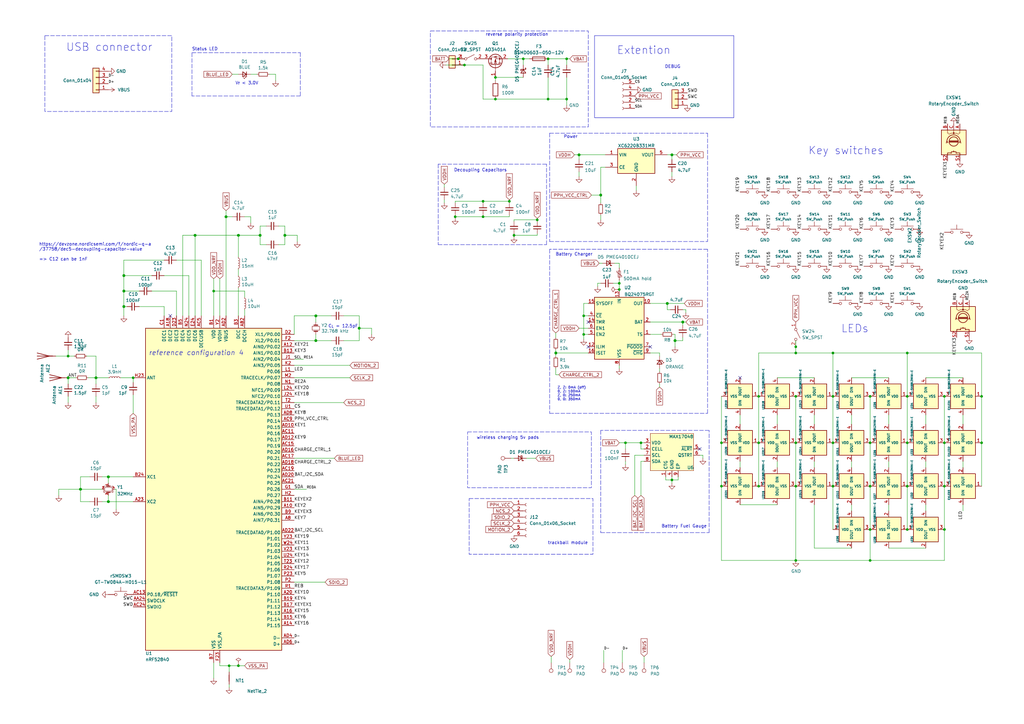
<source format=kicad_sch>
(kicad_sch (version 20231120) (generator "eeschema") (generator_version "8.0")
  (paper "A3")
  (title_block (title "Corne Left") (date "2023-10-07") (rev "4.0.0") (company "foostan"))
  (lib_symbols
    (symbol "Battery_Management:BQ24075RGT"
      (property "Reference" "U" (at -8.89 13.97 0))
      (property "Value" "BQ24075RGT" (at 16.51 13.97 0))
      (symbol "BQ24075RGT_1_1"
        (pin passive line (at 12.7 -2.54 180) (length 2.54) (name "TS") (number "1"))
        (pin power_out line (at 12.7 10.16 180) (length 2.54) (name "OUT") (number "10"))
        (pin passive line (at 12.7 10.16 180) (length 2.54) hide (name "OUT") (number "11"))
        (pin passive line (at -12.7 -7.62 0) (length 2.54) (name "ILIM") (number "12"))
        (pin power_in line (at 0 15.24 270) (length 2.54) (name "IN") (number "13"))
        (pin input line (at -12.7 2.54 0) (length 2.54) (name "TMR") (number "14"))
        (pin input line (at -12.7 10.16 0) (length 2.54) (name "SYSOFF") (number "15"))
        (pin passive line (at -12.7 -10.16 0) (length 2.54) (name "ISET") (number "16"))
        (pin passive line (at 0 -15.24 90) (length 2.54) hide (name "VSS") (number "17"))
        (pin power_out line (at 12.7 2.54 180) (length 2.54) (name "BAT") (number "2"))
        (pin passive line (at 12.7 2.54 180) (length 2.54) hide (name "BAT") (number "3"))
        (pin input line (at -12.7 5.08 0) (length 2.54) (name "~{CE}") (number "4"))
        (pin input line (at -12.7 -2.54 0) (length 2.54) (name "EN2") (number "5"))
        (pin input line (at -12.7 0 0) (length 2.54) (name "EN1") (number "6"))
        (pin open_collector line (at 12.7 -7.62 180) (length 2.54) (name "~{PGOOD}") (number "7"))
        (pin power_in line (at 0 -15.24 90) (length 2.54) (name "VSS") (number "8"))
        (pin open_collector line (at 12.7 -10.16 180) (length 2.54) (name "~{CHG}") (number "9"))
      )
    )
    (symbol "Connector:Conn_01x05_Socket" (pin_names (offset 1.016) hide)
      (property "Reference" "J" (at 0 7.62 0))
      (property "Value" "Conn_01x05_Socket" (at 0 -7.62 0))
      (symbol "Conn_01x05_Socket_1_1"
        (pin passive line (at -5.08 5.08 0) (length 3.81) (name "Pin_1") (number "1"))
        (pin passive line (at -5.08 2.54 0) (length 3.81) (name "Pin_2") (number "2"))
        (pin passive line (at -5.08 0 0) (length 3.81) (name "Pin_3") (number "3"))
        (pin passive line (at -5.08 -2.54 0) (length 3.81) (name "Pin_4") (number "4"))
        (pin passive line (at -5.08 -5.08 0) (length 3.81) (name "Pin_5") (number "5"))
      )
    )
    (symbol "Connector:Conn_01x06_Socket" (pin_names (offset 1.016) hide)
      (property "Reference" "J" (at 0 7.62 0))
      (property "Value" "Conn_01x06_Socket" (at 0 -10.16 0))
      (symbol "Conn_01x06_Socket_1_1"
        (pin passive line (at -5.08 5.08 0) (length 3.81) (name "Pin_1") (number "1"))
        (pin passive line (at -5.08 2.54 0) (length 3.81) (name "Pin_2") (number "2"))
        (pin passive line (at -5.08 0 0) (length 3.81) (name "Pin_3") (number "3"))
        (pin passive line (at -5.08 -2.54 0) (length 3.81) (name "Pin_4") (number "4"))
        (pin passive line (at -5.08 -5.08 0) (length 3.81) (name "Pin_5") (number "5"))
        (pin passive line (at -5.08 -7.62 0) (length 3.81) (name "Pin_6") (number "6"))
      )
    )
    (symbol "Connector:TestPoint" (pin_numbers hide) (pin_names (offset 0.762) hide)
      (property "Reference" "TP" (at 0 6.858 0))
      (property "Value" "TestPoint" (at 0 5.08 0))
      (symbol "TestPoint_1_1"
        (pin passive line (at 0 0 90) (length 2.54) (name "1") (number "1"))
      )
    )
    (symbol "Connector_Generic:Conn_01x02" (pin_names (offset 1.016) hide)
      (property "Reference" "J" (at 0 2.54 0))
      (property "Value" "Conn_01x02" (at 0 -5.08 0))
      (symbol "Conn_01x02_1_1"
        (pin passive line (at -5.08 0 0) (length 3.81) (name "Pin_1") (number "1"))
        (pin passive line (at -5.08 -2.54 0) (length 3.81) (name "Pin_2") (number "2"))
      )
    )
    (symbol "Connector_Generic:Conn_01x03" (pin_names (offset 1.016) hide)
      (property "Reference" "J" (at 0 5.08 0))
      (property "Value" "Conn_01x03" (at 0 -5.08 0))
      (symbol "Conn_01x03_1_1"
        (pin passive line (at -5.08 2.54 0) (length 3.81) (name "Pin_1") (number "1"))
        (pin passive line (at -5.08 0 0) (length 3.81) (name "Pin_2") (number "2"))
        (pin passive line (at -5.08 -2.54 0) (length 3.81) (name "Pin_3") (number "3"))
      )
    )
    (symbol "Connector_Generic:Conn_01x04" (pin_names (offset 1.016) hide)
      (property "Reference" "J" (at 0 5.08 0))
      (property "Value" "Conn_01x04" (at 0 -7.62 0))
      (symbol "Conn_01x04_1_1"
        (pin passive line (at -5.08 2.54 0) (length 3.81) (name "Pin_1") (number "1"))
        (pin passive line (at -5.08 0 0) (length 3.81) (name "Pin_2") (number "2"))
        (pin passive line (at -5.08 -2.54 0) (length 3.81) (name "Pin_3") (number "3"))
        (pin passive line (at -5.08 -5.08 0) (length 3.81) (name "Pin_4") (number "4"))
      )
    )
    (symbol "Device:Antenna" (pin_numbers hide) (pin_names (offset 1.016) hide)
      (property "Reference" "AE" (at -1.905 1.905 0))
      (property "Value" "Antenna" (at -1.905 0 0))
      (symbol "Antenna_1_1"
        (pin input line (at 0 -5.08 90) (length 2.54) (name "A") (number "1"))
      )
    )
    (symbol "Device:C_Small" (pin_numbers hide) (pin_names (offset 0.254) hide)
      (property "Reference" "C" (at 0.254 1.778 0))
      (property "Value" "C_Small" (at 0.254 -2.032 0))
      (symbol "C_Small_1_1"
        (pin passive line (at 0 2.54 270) (length 2.032) (name "~") (number "1"))
        (pin passive line (at 0 -2.54 90) (length 2.032) (name "~") (number "2"))
      )
    )
    (symbol "Device:Crystal_GND24_Small" (pin_names (offset 1.016) hide)
      (property "Reference" "Y" (at 1.27 4.445 0))
      (property "Value" "Crystal_GND24_Small" (at 1.27 2.54 0))
      (symbol "Crystal_GND24_Small_1_1"
        (pin passive line (at -2.54 0 0) (length 1.27) (name "1") (number "1"))
        (pin passive line (at 0 -2.54 90) (length 0.635) (name "2") (number "2"))
        (pin passive line (at 2.54 0 180) (length 1.27) (name "3") (number "3"))
        (pin passive line (at 0 2.54 270) (length 0.635) (name "4") (number "4"))
      )
    )
    (symbol "Device:Crystal_Small" (pin_numbers hide) (pin_names (offset 1.016) hide)
      (property "Reference" "Y" (at 0 2.54 0))
      (property "Value" "Crystal_Small" (at 0 -2.54 0))
      (symbol "Crystal_Small_1_1"
        (pin passive line (at -2.54 0 0) (length 1.27) (name "1") (number "1"))
        (pin passive line (at 2.54 0 180) (length 1.27) (name "2") (number "2"))
      )
    )
    (symbol "Device:D_Schottky_Small" (pin_numbers hide) (pin_names (offset 0.254) hide)
      (property "Reference" "D" (at -1.27 2.032 0))
      (property "Value" "D_Schottky_Small" (at -7.112 -2.032 0))
      (symbol "D_Schottky_Small_1_1"
        (pin passive line (at -2.54 0 0) (length 1.778) (name "K") (number "1"))
        (pin passive line (at 2.54 0 180) (length 1.778) (name "A") (number "2"))
      )
    )
    (symbol "Device:Fuse" (pin_numbers hide) (pin_names (offset 0))
      (property "Reference" "F" (at 2.032 0 90))
      (property "Value" "Fuse" (at -1.905 0 90))
      (symbol "Fuse_1_1"
        (pin passive line (at 0 3.81 270) (length 1.27) (name "~") (number "1"))
        (pin passive line (at 0 -3.81 90) (length 1.27) (name "~") (number "2"))
      )
    )
    (symbol "Device:LED_Small" (pin_numbers hide) (pin_names (offset 0.254) hide)
      (property "Reference" "D" (at -1.27 3.175 0))
      (property "Value" "LED_Small" (at -4.445 -2.54 0))
      (symbol "LED_Small_1_1"
        (pin passive line (at -2.54 0 0) (length 1.778) (name "K") (number "1"))
        (pin passive line (at 2.54 0 180) (length 1.778) (name "A") (number "2"))
      )
    )
    (symbol "Device:L_Small" (pin_numbers hide) (pin_names (offset 0.254) hide)
      (property "Reference" "L" (at 0.762 1.016 0))
      (property "Value" "L_Small" (at 0.762 -1.016 0))
      (symbol "L_Small_1_1"
        (pin passive line (at 0 2.54 270) (length 0.508) (name "~") (number "1"))
        (pin passive line (at 0 -2.54 90) (length 0.508) (name "~") (number "2"))
      )
    )
    (symbol "Device:NetTie_2" (pin_numbers hide) (pin_names (offset 0) hide)
      (property "Reference" "NT" (at 0 1.27 0))
      (property "Value" "NetTie_2" (at 0 -1.27 0))
      (symbol "NetTie_2_1_1"
        (pin passive line (at -2.54 0 0) (length 2.54) (name "1") (number "1"))
        (pin passive line (at 2.54 0 180) (length 2.54) (name "2") (number "2"))
      )
    )
    (symbol "Device:Polyfuse_Small" (pin_numbers hide) (pin_names (offset 0))
      (property "Reference" "F" (at -1.905 0 90))
      (property "Value" "Polyfuse_Small" (at 1.905 0 90))
      (symbol "Polyfuse_Small_1_1"
        (pin passive line (at 0 2.54 270) (length 0.635) (name "~") (number "1"))
        (pin passive line (at 0 -2.54 90) (length 0.635) (name "~") (number "2"))
      )
    )
    (symbol "Device:R" (pin_numbers hide) (pin_names (offset 0))
      (property "Reference" "R" (at 2.032 0 90))
      (property "Value" "R" (at 0 0 90))
      (symbol "R_1_1"
        (pin passive line (at 0 3.81 270) (length 1.27) (name "~") (number "1"))
        (pin passive line (at 0 -3.81 90) (length 1.27) (name "~") (number "2"))
      )
    )
    (symbol "Device:R_Small" (pin_numbers hide) (pin_names (offset 0.254) hide)
      (property "Reference" "R" (at 0.762 0.508 0))
      (property "Value" "R_Small" (at 0.762 -1.016 0))
      (symbol "R_Small_1_1"
        (pin passive line (at 0 2.54 270) (length 0.762) (name "~") (number "1"))
        (pin passive line (at 0 -2.54 90) (length 0.762) (name "~") (number "2"))
      )
    )
    (symbol "Device:RotaryEncoder_Switch" (pin_names (offset 0.254) hide)
      (property "Reference" "SW" (at 0 6.604 0))
      (property "Value" "RotaryEncoder_Switch" (at 0 -6.604 0))
      (symbol "RotaryEncoder_Switch_1_1"
        (pin passive line (at -7.62 2.54 0) (length 2.54) (name "A") (number "A"))
        (pin passive line (at -7.62 -2.54 0) (length 2.54) (name "B") (number "B"))
        (pin passive line (at -7.62 0 0) (length 2.54) (name "C") (number "C"))
        (pin passive line (at 7.62 2.54 180) (length 2.54) (name "S1") (number "S1"))
        (pin passive line (at 7.62 -2.54 180) (length 2.54) (name "S2") (number "S2"))
      )
    )
    (symbol "MCU_Nordic:nRF52840"
      (property "Reference" "U" (at 0 5.08 0))
      (property "Value" "nRF52840" (at 0 2.54 0))
      (symbol "nRF52840_1_1"
        (pin bidirectional line (at 33.02 -7.62 180) (length 5.08) (name "AIN5/P0.29") (number "A10"))
        (pin bidirectional line (at 33.02 58.42 180) (length 5.08) (name "AIN0/P0.02") (number "A12"))
        (pin bidirectional line (at 33.02 -55.88 180) (length 5.08) (name "P1.15") (number "A14"))
        (pin bidirectional line (at 33.02 -50.8 180) (length 5.08) (name "P1.13") (number "A16"))
        (pin passive line (at -17.78 71.12 270) (length 5.08) (name "DEC2") (number "A18"))
        (pin bidirectional line (at 33.02 -43.18 180) (length 5.08) (name "P1.10") (number "A20"))
        (pin passive line (at 0 71.12 270) (length 5.08) hide (name "VDD") (number "A22"))
        (pin input line (at -33.02 -5.08 0) (length 5.08) (name "XC2") (number "A23"))
        (pin bidirectional line (at 33.02 -12.7 180) (length 5.08) (name "AIN7/P0.31") (number "A8"))
        (pin input line (at -33.02 -45.72 0) (length 5.08) (name "SWDCLK") (number "AA24"))
        (pin power_out line (at 12.7 71.12 270) (length 5.08) (name "DCCH") (number "AB2"))
        (pin bidirectional line (at 33.02 22.86 180) (length 5.08) (name "P0.16") (number "AC11"))
        (pin bidirectional line (at -33.02 -43.18 0) (length 5.08) (name "P0.18/~{RESET}") (number "AC13"))
        (pin bidirectional line (at 33.02 17.78 180) (length 5.08) (name "P0.19") (number "AC15"))
        (pin bidirectional line (at 33.02 12.7 180) (length 5.08) (name "P0.21") (number "AC17"))
        (pin bidirectional line (at 33.02 7.62 180) (length 5.08) (name "P0.23") (number "AC19"))
        (pin bidirectional line (at 33.02 2.54 180) (length 5.08) (name "P0.25") (number "AC21"))
        (pin bidirectional line (at -33.02 -48.26 0) (length 5.08) (name "SWDIO") (number "AC24"))
        (pin passive line (at -5.08 71.12 270) (length 5.08) (name "DECUSB") (number "AC5"))
        (pin bidirectional line (at 33.02 27.94 180) (length 5.08) (name "P0.14") (number "AC9"))
        (pin bidirectional line (at 33.02 25.4 180) (length 5.08) (name "P0.15") (number "AD10"))
        (pin bidirectional line (at 33.02 20.32 180) (length 5.08) (name "P0.17") (number "AD12"))
        (pin passive line (at 0 71.12 270) (length 5.08) hide (name "VDD") (number "AD14"))
        (pin bidirectional line (at 33.02 15.24 180) (length 5.08) (name "P0.20") (number "AD16"))
        (pin bidirectional line (at 33.02 10.16 180) (length 5.08) (name "P0.22") (number "AD18"))
        (pin power_in line (at 5.08 71.12 270) (length 5.08) (name "VBUS") (number "AD2"))
        (pin bidirectional line (at 33.02 5.08 180) (length 5.08) (name "P0.24") (number "AD20"))
        (pin bidirectional line (at 33.02 -17.78 180) (length 5.08) (name "TRACEDATA0/P1.00") (number "AD22"))
        (pin passive line (at 0 71.12 270) (length 5.08) hide (name "VDD") (number "AD23"))
        (pin bidirectional line (at 33.02 -60.96 180) (length 5.08) (name "D-") (number "AD4"))
        (pin bidirectional line (at 33.02 -63.5 180) (length 5.08) (name "D+") (number "AD6"))
        (pin bidirectional line (at 33.02 30.48 180) (length 5.08) (name "P0.13") (number "AD8"))
        (pin power_in line (at 0 71.12 270) (length 5.08) (name "VDD") (number "B1"))
        (pin bidirectional line (at 33.02 -5.08 180) (length 5.08) (name "AIN4/P0.28") (number "B11"))
        (pin bidirectional line (at 33.02 55.88 180) (length 5.08) (name "AIN1/P0.03") (number "B13"))
        (pin bidirectional line (at 33.02 -53.34 180) (length 5.08) (name "P1.14") (number "B15"))
        (pin bidirectional line (at 33.02 -48.26 180) (length 5.08) (name "P1.12") (number "B17"))
        (pin bidirectional line (at 33.02 -45.72 180) (length 5.08) (name "P1.11") (number "B19"))
        (pin input line (at -33.02 5.08 0) (length 5.08) (name "XC1") (number "B24"))
        (pin power_out line (at 10.16 71.12 270) (length 5.08) (name "DCC") (number "B3"))
        (pin passive line (at -12.7 71.12 270) (length 5.08) (name "DEC4") (number "B5"))
        (pin power_in line (at 0 -71.12 90) (length 5.08) (name "VSS") (number "B7"))
        (pin bidirectional line (at 33.02 -10.16 180) (length 5.08) (name "AIN6/P0.30") (number "B9"))
        (pin passive line (at -20.32 71.12 270) (length 5.08) (name "DEC1") (number "C1"))
        (pin bidirectional line (at 33.02 63.5 180) (length 5.08) (name "XL1/P0.00") (number "D2"))
        (pin passive line (at -15.24 71.12 270) (length 5.08) (name "DEC3") (number "D23"))
        (pin passive line (at -7.62 71.12 270) (length 5.08) (name "DEC6") (number "E24"))
        (pin passive line (at 0 -71.12 90) (length 5.08) hide (name "VSS") (number "EP"))
        (pin bidirectional line (at 33.02 60.96 180) (length 5.08) (name "XL2/P0.01") (number "F2"))
        (pin power_in line (at 2.54 -71.12 90) (length 5.08) (name "VSS_PA") (number "F23"))
        (pin bidirectional line (at 33.02 0 180) (length 5.08) (name "P0.26") (number "G1"))
        (pin bidirectional line (at 33.02 -2.54 180) (length 5.08) (name "P0.27") (number "H2"))
        (pin passive line (at -33.02 45.72 0) (length 5.08) (name "ANT") (number "H23"))
        (pin bidirectional line (at 33.02 53.34 180) (length 5.08) (name "AIN2/P0.04") (number "J1"))
        (pin bidirectional line (at 33.02 38.1 180) (length 5.08) (name "NFC2/P0.10") (number "J24"))
        (pin bidirectional line (at 33.02 50.8 180) (length 5.08) (name "AIN3/P0.05") (number "K2"))
        (pin bidirectional line (at 33.02 48.26 180) (length 5.08) (name "P0.06") (number "L1"))
        (pin bidirectional line (at 33.02 40.64 180) (length 5.08) (name "NFC1/P0.09") (number "L24"))
        (pin bidirectional line (at 33.02 45.72 180) (length 5.08) (name "TRACECLK/P0.07") (number "M2"))
        (pin bidirectional line (at 33.02 43.18 180) (length 5.08) (name "P0.08") (number "N1"))
        (pin passive line (at -10.16 71.12 270) (length 5.08) (name "DEC5") (number "N24"))
        (pin bidirectional line (at 33.02 -38.1 180) (length 5.08) (name "P1.08") (number "P2"))
        (pin bidirectional line (at 33.02 -35.56 180) (length 5.08) (name "P1.07") (number "P23"))
        (pin bidirectional line (at 33.02 -40.64 180) (length 5.08) (name "TRACEDATA3/P1.09") (number "R1"))
        (pin bidirectional line (at 33.02 -33.02 180) (length 5.08) (name "P1.06") (number "R24"))
        (pin bidirectional line (at 33.02 35.56 180) (length 5.08) (name "TRACEDATA2/P0.11") (number "T2"))
        (pin bidirectional line (at 33.02 -30.48 180) (length 5.08) (name "P1.05") (number "T23"))
        (pin bidirectional line (at 33.02 33.02 180) (length 5.08) (name "TRACEDATA1/P0.12") (number "U1"))
        (pin bidirectional line (at 33.02 -27.94 180) (length 5.08) (name "P1.04") (number "U24"))
        (pin bidirectional line (at 33.02 -25.4 180) (length 5.08) (name "P1.03") (number "V23"))
        (pin passive line (at 0 71.12 270) (length 5.08) hide (name "VDD") (number "W1"))
        (pin bidirectional line (at 33.02 -22.86 180) (length 5.08) (name "P1.02") (number "W24"))
        (pin power_in line (at 2.54 71.12 270) (length 5.08) (name "VDDH") (number "Y2"))
        (pin bidirectional line (at 33.02 -20.32 180) (length 5.08) (name "P1.01") (number "Y23"))
      )
    )
    (symbol "Regulator_Linear:XC6220B331MR"
      (property "Reference" "U" (at 0 8.89 0))
      (property "Value" "XC6220B331MR" (at 0 6.35 0))
      (symbol "XC6220B331MR_1_1"
        (pin power_in line (at -12.7 2.54 0) (length 5.08) (name "VIN") (number "1"))
        (pin power_in line (at 0 -10.16 90) (length 5.08) (name "GND") (number "2"))
        (pin input line (at -12.7 -2.54 0) (length 5.08) (name "CE") (number "3"))
        (pin no_connect line (at 12.7 -2.54 180) (length 5.08) hide (name "NC") (number "4"))
        (pin power_out line (at 12.7 2.54 180) (length 5.08) (name "VOUT") (number "5"))
      )
    )
    (symbol "SW_Push_1" (pin_numbers hide) (pin_names (offset 1.016) hide)
      (property "Reference" "SW" (at 1.27 2.54 0))
      (property "Value" "SW_Push" (at 0 -1.524 0))
      (symbol "SW_Push_1_0_1"
        (pin passive line (at -5.08 0 0) (length 2.54) (name "1") (number "1"))
        (pin passive line (at 5.08 0 180) (length 2.54) (name "2") (number "2"))
      )
    )
    (symbol "Switch:SW_Push" (pin_numbers hide) (pin_names (offset 1.016) hide)
      (property "Reference" "SW" (at 1.27 2.54 0))
      (property "Value" "SW_Push" (at 0 -1.524 0))
      (symbol "SW_Push_0_1"
        (pin passive line (at -5.08 0 0) (length 2.54) (name "1") (number "1"))
        (pin passive line (at 5.08 0 180) (length 2.54) (name "2") (number "2"))
      )
    )
    (symbol "Switch:SW_SPST" (pin_names (offset 0) hide)
      (property "Reference" "SW" (at 0 3.175 0))
      (property "Value" "SW_SPST" (at 0 -2.54 0))
      (symbol "SW_SPST_1_1"
        (pin passive line (at -5.08 0 0) (length 2.54) (name "A") (number "1"))
        (pin passive line (at 5.08 0 180) (length 2.54) (name "B") (number "2"))
      )
    )
    (symbol "Transistor_FET:AO3401A" (pin_names hide)
      (property "Reference" "Q" (at 5.08 1.905 0))
      (property "Value" "AO3401A" (at 5.08 0 0))
      (symbol "AO3401A_1_1"
        (pin input line (at -5.08 0 0) (length 2.54) (name "G") (number "1"))
        (pin passive line (at 2.54 -5.08 90) (length 2.54) (name "S") (number "2"))
        (pin passive line (at 2.54 5.08 270) (length 2.54) (name "D") (number "3"))
      )
    )
    (symbol "kbd:GNDR" (power) (pin_names (offset 0))
      (property "Value" "GNDR" (at 0 -3.81 0))
      (symbol "GNDR_1_1"
        (pin power_in line (at 0 0 270) (length 0) hide (name "GNDR") (number "1"))
      )
    )
    (symbol "kbd_local:YS-SK6812MINI-E" (pin_names (offset 1.016))
      (property "Reference" "LED" (at 2.54 -7.62 0))
      (property "Value" "YS-SK6812MINI-E" (at 6.35 -6.35 0))
      (symbol "YS-SK6812MINI-E_1_1"
        (pin power_in line (at 0 7.62 270) (length 2.54) (name "VDD") (number "1"))
        (pin output line (at 7.62 0 180) (length 2.54) (name "DOUT") (number "2"))
        (pin power_in line (at 0 -7.62 90) (length 2.54) (name "VSS") (number "3"))
        (pin input line (at -7.62 0 0) (length 2.54) (name "DIN") (number "4"))
      )
    )
    (symbol "mikoto:MAX17048"
      (property "Reference" "U" (at -7.62 8.89 0))
      (property "Value" "MAX17048" (at 4.445 8.89 0))
      (symbol "MAX17048_0_0"
        (pin power_in line (at -2.54 -10.16 90) (length 2.54) (name "CTG") (number "1"))
        (pin power_in line (at -11.43 1.27 0) (length 2.54) (name "CELL") (number "2"))
        (pin power_in line (at -11.43 3.81 0) (length 2.54) (name "VDD") (number "3"))
        (pin power_in line (at 0 -10.16 90) (length 2.54) (name "GND") (number "4"))
        (pin open_collector line (at 11.43 1.27 180) (length 2.54) (name "~{ALRT}") (number "5"))
        (pin input line (at 11.43 -1.27 180) (length 2.54) (name "QSTRT") (number "6"))
        (pin tri_state line (at -11.43 -1.27 0) (length 2.54) (name "SCL") (number "7"))
        (pin tri_state line (at -11.43 -3.81 0) (length 2.54) (name "SDA") (number "8"))
        (pin power_in line (at 2.54 -10.16 90) (length 2.54) (name "EP") (number "9"))
      )
    )
    (symbol "power:GND" (power) (pin_names (offset 0))
      (property "Value" "GND" (at 0 -3.81 0))
      (symbol "GND_1_1"
        (pin power_in line (at 0 0 270) (length 0) hide (name "GND") (number "1"))
      )
    )
    (symbol "power:PWR_FLAG" (power) (pin_numbers hide) (pin_names (offset 0) hide)
      (property "Value" "PWR_FLAG" (at 0 3.81 0))
      (symbol "PWR_FLAG_0_0"
        (pin power_out line (at 0 0 90) (length 0) (name "pwr") (number "1"))
      )
    )
    (symbol "power:VBUS" (power) (pin_names (offset 0))
      (property "Value" "VBUS" (at 0 3.81 0))
      (symbol "VBUS_1_1"
        (pin power_in line (at 0 0 90) (length 0) hide (name "VBUS") (number "1"))
      )
    )
  )
  (junction (at 198.12 88.9))
  (junction (at 326.39 162.56))
  (junction (at 402.59 181.61))
  (junction (at 387.35 217.17))
  (junction (at 311.15 199.39))
  (junction (at 341.63 199.39))
  (junction (at 326.39 144.78))
  (junction (at 273.685 124.46) (diameter 1.016))
  (junction (at 237.49 63.5) (diameter 1.016))
  (junction (at 262.89 181.61))
  (junction (at 190.5 26.67))
  (junction (at 220.345 90.17))
  (junction (at 93.98 273.05))
  (junction (at 387.35 162.56))
  (junction (at 356.87 217.17))
  (junction (at 239.395 129.54))
  (junction (at 356.87 181.61))
  (junction (at 326.39 181.61))
  (junction (at 295.91 199.39))
  (junction (at 87.63 119.38))
  (junction (at 232.41 24.13))
  (junction (at 187.96 24.13))
  (junction (at 129.54 129.54) (diameter 1.016))
  (junction (at 186.69 88.9))
  (junction (at 116.84 96.52) (diameter 1.016))
  (junction (at 326.39 142.24))
  (junction (at 246.38 80.01) (diameter 1.016))
  (junction (at 387.35 199.39))
  (junction (at 224.79 40.64))
  (junction (at 208.915 82.55))
  (junction (at 326.39 199.39))
  (junction (at 50.8 113.03) (diameter 1.016))
  (junction (at 341.63 181.61))
  (junction (at 356.87 199.39))
  (junction (at 106.68 96.52) (diameter 1.016))
  (junction (at 341.63 144.78))
  (junction (at 227.965 144.78) (diameter 1.016))
  (junction (at 27.94 154.94) (diameter 1.016))
  (junction (at 203.2 40.64))
  (junction (at 80.01 96.52) (diameter 1.016))
  (junction (at 39.37 154.94) (diameter 1.016))
  (junction (at 326.39 229.87))
  (junction (at 203.2 31.75))
  (junction (at 97.79 273.05))
  (junction (at 275.59 63.5) (diameter 1.016))
  (junction (at 256.54 181.61))
  (junction (at 275.59 196.85))
  (junction (at 372.11 181.61))
  (junction (at 356.87 229.87))
  (junction (at 372.11 162.56))
  (junction (at 92.71 88.9) (diameter 1.016))
  (junction (at 27.94 146.05))
  (junction (at 198.12 82.55))
  (junction (at 97.79 96.52) (diameter 1.016))
  (junction (at 254 116.205))
  (junction (at 372.11 217.17))
  (junction (at 224.79 24.13))
  (junction (at 44.45 205.74) (diameter 1.016))
  (junction (at 214.63 24.13))
  (junction (at 210.82 96.52))
  (junction (at 280.035 132.08) (diameter 1.016))
  (junction (at 372.11 199.39))
  (junction (at 33.02 200.66) (diameter 1.016))
  (junction (at 129.54 139.7) (diameter 1.016))
  (junction (at 239.395 137.16))
  (junction (at 44.45 195.58) (diameter 1.016))
  (junction (at 311.15 181.61))
  (junction (at 50.8 125.73) (diameter 1.016))
  (junction (at 50.8 119.38) (diameter 1.016))
  (junction (at 232.41 40.64))
  (junction (at 341.63 162.56))
  (junction (at 402.59 162.56))
  (junction (at 372.11 144.78))
  (junction (at 276.86 139.7) (diameter 1.016))
  (junction (at 387.35 181.61))
  (junction (at 295.91 181.61))
  (junction (at 311.15 162.56))
  (junction (at 254 118.745))
  (junction (at 356.87 162.56))
  (junction (at 54.61 154.94))
  (junction (at 147.32 134.62) (diameter 1.016))
  (no_connect (at 241.3 132.08))
  (no_connect (at 303.53 154.94))
  (no_connect (at 69.85 129.54))
  (no_connect (at 241.3 142.24))
  (no_connect (at 266.7 142.24))
  (no_connect (at 287.02 184.15))
  (wire (pts (xy 303.53 170.18) (xy 303.53 173.99)))
  (wire (pts (xy 100.33 88.9) (xy 102.87 88.9)))
  (wire (pts (xy 120.65 147.32) (xy 124.46 147.32)))
  (wire (pts (xy 372.11 162.56) (xy 372.11 181.61)))
  (polyline (pts (xy 290.195 54.61) (xy 290.195 99.06)) (stroke (width 0) (type dash)))
  (wire (pts (xy 349.25 207.01) (xy 349.25 209.55)))
  (wire (pts (xy 255.27 266.7) (xy 255.27 271.78)))
  (wire (pts (xy 232.41 24.13) (xy 232.41 26.67)))
  (wire (pts (xy 90.17 273.05) (xy 93.98 273.05)))
  (wire (pts (xy 44.45 195.58) (xy 54.61 195.58)))
  (wire (pts (xy 27.94 162.56) (xy 27.94 165.1)))
  (wire (pts (xy 109.22 100.33) (xy 106.68 100.33)))
  (wire (pts (xy 372.11 144.78) (xy 402.59 144.78)))
  (wire (pts (xy 239.395 129.54) (xy 241.3 129.54)))
  (wire (pts (xy 184.15 24.13) (xy 187.96 24.13)))
  (wire (pts (xy 295.91 181.61) (xy 295.91 199.39)))
  (wire (pts (xy 341.63 144.78) (xy 372.11 144.78)))
  (wire (pts (xy 147.32 139.7) (xy 140.97 139.7)))
  (wire (pts (xy 232.41 43.18) (xy 232.41 40.64)))
  (wire (pts (xy 210.82 90.17) (xy 220.345 90.17)))
  (wire (pts (xy 129.54 139.7) (xy 135.89 139.7)))
  (wire (pts (xy 39.37 154.94) (xy 39.37 157.48)))
  (wire (pts (xy 227.965 153.67) (xy 229.235 153.67)))
  (wire (pts (xy 387.35 162.56) (xy 387.35 181.61)))
  (wire (pts (xy 280.035 132.08) (xy 281.305 132.08)))
  (wire (pts (xy 133.35 238.76) (xy 120.65 238.76)))
  (wire (pts (xy 120.65 139.7) (xy 129.54 139.7)))
  (wire (pts (xy 97.79 113.03) (xy 97.79 110.49)))
  (wire (pts (xy 246.38 88.265) (xy 246.38 90.17)))
  (wire (pts (xy 295.91 229.87) (xy 326.39 229.87)))
  (wire (pts (xy 33.02 200.66) (xy 24.13 200.66)))
  (wire (pts (xy 394.97 170.18) (xy 394.97 173.99)))
  (wire (pts (xy 341.63 199.39) (xy 341.63 217.17)))
  (wire (pts (xy 356.87 199.39) (xy 356.87 217.17)))
  (wire (pts (xy 214.63 24.13) (xy 214.63 26.67)))
  (wire (pts (xy 260.35 186.69) (xy 264.16 186.69)))
  (wire (pts (xy 280.035 133.35) (xy 280.035 132.08)))
  (wire (pts (xy 275.59 63.5) (xy 277.495 63.5)))
  (polyline (pts (xy 290.83 176.53) (xy 246.38 176.53)) (stroke (width 0) (type dash)))
  (wire (pts (xy 256.54 181.61) (xy 262.89 181.61)))
  (wire (pts (xy 50.8 106.68) (xy 67.31 106.68)))
  (wire (pts (xy 239.395 124.46) (xy 241.3 124.46)))
  (wire (pts (xy 356.87 181.61) (xy 356.87 199.39)))
  (wire (pts (xy 147.32 129.54) (xy 147.32 134.62)))
  (wire (pts (xy 224.79 40.64) (xy 232.41 40.64)))
  (wire (pts (xy 93.98 273.05) (xy 97.79 273.05)))
  (wire (pts (xy 106.68 92.71) (xy 106.68 96.52)))
  (wire (pts (xy 270.51 151.13) (xy 270.51 152.4)))
  (wire (pts (xy 394.97 209.55) (xy 394.97 207.01)))
  (wire (pts (xy 93.98 280.67) (xy 93.98 281.94)))
  (wire (pts (xy 224.79 24.13) (xy 224.79 26.67)))
  (wire (pts (xy 364.49 207.01) (xy 364.49 209.55)))
  (wire (pts (xy 92.71 129.54) (xy 92.71 88.9)))
  (wire (pts (xy 242.57 80.01) (xy 246.38 80.01)))
  (wire (pts (xy 116.84 92.71) (xy 116.84 96.52)))
  (wire (pts (xy 276.225 137.16) (xy 276.86 137.16)))
  (wire (pts (xy 147.32 134.62) (xy 147.32 139.7)))
  (wire (pts (xy 186.69 88.265) (xy 186.69 88.9)))
  (wire (pts (xy 186.69 82.55) (xy 198.12 82.55)))
  (wire (pts (xy 114.3 92.71) (xy 116.84 92.71)))
  (wire (pts (xy 394.97 191.77) (xy 394.97 189.23)))
  (wire (pts (xy 252.095 107.95) (xy 254 107.95)))
  (wire (pts (xy 129.54 129.54) (xy 135.89 129.54)))
  (wire (pts (xy 143.51 149.86) (xy 120.65 149.86)))
  (wire (pts (xy 100.33 121.92) (xy 100.33 119.38)))
  (wire (pts (xy 256.54 181.61) (xy 256.54 184.15)))
  (wire (pts (xy 203.2 40.64) (xy 224.79 40.64)))
  (wire (pts (xy 114.3 100.33) (xy 116.84 100.33)))
  (wire (pts (xy 280.035 139.7) (xy 280.035 138.43)))
  (wire (pts (xy 39.37 146.05) (xy 39.37 154.94)))
  (wire (pts (xy 372.11 144.78) (xy 372.11 162.56)))
  (wire (pts (xy 186.69 83.185) (xy 186.69 82.55)))
  (polyline (pts (xy 224.155 67.31) (xy 179.705 67.31)) (stroke (width 0) (type dash)))
  (wire (pts (xy 245.745 107.95) (xy 247.015 107.95)))
  (wire (pts (xy 254 107.95) (xy 254 109.855)))
  (wire (pts (xy 39.37 162.56) (xy 39.37 165.1)))
  (wire (pts (xy 311.15 144.78) (xy 326.39 144.78)))
  (wire (pts (xy 140.97 165.1) (xy 120.65 165.1)))
  (wire (pts (xy 214.63 31.75) (xy 203.2 31.75)))
  (wire (pts (xy 182.245 75.565) (xy 182.245 76.835)))
  (wire (pts (xy 87.63 114.3) (xy 87.63 119.38)))
  (polyline (pts (xy 225.425 102.235) (xy 225.425 169.545)) (stroke (width 0) (type dash)))
  (wire (pts (xy 72.39 119.38) (xy 72.39 129.54)))
  (wire (pts (xy 27.94 154.94) (xy 31.115 154.94)))
  (wire (pts (xy 120.65 137.16) (xy 120.65 129.54)))
  (wire (pts (xy 54.61 154.94) (xy 54.61 156.845)))
  (wire (pts (xy 326.39 142.24) (xy 326.39 144.78)))
  (wire (pts (xy 288.29 186.69) (xy 288.29 187.96)))
  (wire (pts (xy 97.79 105.41) (xy 97.79 96.52)))
  (wire (pts (xy 187.96 24.13) (xy 190.5 24.13)))
  (wire (pts (xy 203.2 31.75) (xy 203.2 33.02)))
  (wire (pts (xy 402.59 181.61) (xy 402.59 199.39)))
  (wire (pts (xy 253.365 118.745) (xy 254 118.745)))
  (wire (pts (xy 264.16 269.24) (xy 264.16 271.78)))
  (wire (pts (xy 254 118.745) (xy 254 119.38)))
  (wire (pts (xy 303.53 189.23) (xy 303.53 191.77)))
  (polyline (pts (xy 78.74 21.59) (xy 123.19 21.59)) (stroke (width 0) (type dash)))
  (wire (pts (xy 219.71 187.96) (xy 215.9 187.96)))
  (wire (pts (xy 100.33 119.38) (xy 87.63 119.38)))
  (wire (pts (xy 246.38 80.01) (xy 246.38 83.185)))
  (wire (pts (xy 256.54 189.23) (xy 256.54 190.5)))
  (wire (pts (xy 208.28 24.13) (xy 214.63 24.13)))
  (wire (pts (xy 97.79 273.05) (xy 100.33 273.05)))
  (wire (pts (xy 54.61 205.74) (xy 44.45 205.74)))
  (polyline (pts (xy 225.425 99.06) (xy 290.195 99.06)) (stroke (width 0) (type dash)))
  (wire (pts (xy 129.54 132.08) (xy 129.54 129.54)))
  (wire (pts (xy 270.51 157.48) (xy 270.51 158.75)))
  (polyline (pts (xy 290.83 218.44) (xy 290.83 176.53)) (stroke (width 0) (type dash)))
  (wire (pts (xy 326.39 162.56) (xy 326.39 181.61)))
  (wire (pts (xy 210.82 96.52) (xy 210.82 97.155)))
  (wire (pts (xy 50.8 125.73) (xy 52.07 125.73)))
  (wire (pts (xy 198.12 88.9) (xy 208.915 88.9)))
  (wire (pts (xy 326.39 199.39) (xy 326.39 229.87)))
  (wire (pts (xy 120.65 129.54) (xy 129.54 129.54)))
  (wire (pts (xy 349.25 189.23) (xy 349.25 191.77)))
  (wire (pts (xy 227.965 144.78) (xy 241.3 144.78)))
  (wire (pts (xy 239.395 129.54) (xy 239.395 137.16)))
  (wire (pts (xy 262.89 189.23) (xy 264.16 189.23)))
  (wire (pts (xy 224.79 40.64) (xy 224.79 31.75)))
  (wire (pts (xy 186.69 88.9) (xy 198.12 88.9)))
  (polyline (pts (xy 225.425 54.61) (xy 290.195 54.61)) (stroke (width 0) (type dash)))
  (wire (pts (xy 49.53 154.94) (xy 54.61 154.94)))
  (polyline (pts (xy 224.155 100.33) (xy 224.155 67.31)) (stroke (width 0) (type dash)))
  (wire (pts (xy 275.59 196.85) (xy 278.13 196.85)))
  (wire (pts (xy 232.41 24.13) (xy 233.68 24.13)))
  (wire (pts (xy 97.79 118.11) (xy 97.79 129.54)))
  (wire (pts (xy 387.35 229.87) (xy 356.87 229.87)))
  (wire (pts (xy 116.84 96.52) (xy 121.92 96.52)))
  (wire (pts (xy 100.33 127) (xy 100.33 129.54)))
  (wire (pts (xy 311.15 144.78) (xy 311.15 162.56)))
  (wire (pts (xy 198.12 82.55) (xy 198.12 83.185)))
  (wire (pts (xy 326.39 229.87) (xy 356.87 229.87)))
  (wire (pts (xy 97.79 272.415) (xy 97.79 273.05)))
  (wire (pts (xy 182.88 26.67) (xy 190.5 26.67)))
  (wire (pts (xy 266.7 124.46) (xy 273.685 124.46)))
  (wire (pts (xy 62.23 119.38) (xy 72.39 119.38)))
  (wire (pts (xy 276.86 139.7) (xy 276.86 142.24)))
  (polyline (pts (xy 290.195 169.545) (xy 290.195 102.235)) (stroke (width 0) (type dash)))
  (wire (pts (xy 237.49 70.485) (xy 237.49 72.39)))
  (wire (pts (xy 402.59 162.56) (xy 402.59 181.61)))
  (wire (pts (xy 44.45 195.58) (xy 41.91 195.58)))
  (wire (pts (xy 273.685 63.5) (xy 275.59 63.5)))
  (wire (pts (xy 278.13 196.85) (xy 278.13 195.58)))
  (polyline (pts (xy 179.705 67.31) (xy 179.705 100.33)) (stroke (width 0) (type dash)))
  (wire (pts (xy 110.49 30.48) (xy 113.03 30.48)))
  (wire (pts (xy 276.86 139.7) (xy 280.035 139.7)))
  (polyline (pts (xy 246.38 218.44) (xy 290.83 218.44)) (stroke (width 0) (type dash)))
  (wire (pts (xy 266.7 144.78) (xy 270.51 144.78)))
  (wire (pts (xy 210.82 187.96) (xy 209.55 187.96)))
  (polyline (pts (xy 123.19 21.59) (xy 123.19 39.37)) (stroke (width 0) (type dash)))
  (wire (pts (xy 74.93 96.52) (xy 80.01 96.52)))
  (wire (pts (xy 341.63 181.61) (xy 341.63 199.39)))
  (wire (pts (xy 266.7 137.16) (xy 271.145 137.16)))
  (wire (pts (xy 239.395 137.16) (xy 241.3 137.16)))
  (polyline (pts (xy 225.425 54.61) (xy 225.425 99.06)) (stroke (width 0) (type dash)))
  (polyline (pts (xy 179.705 100.33) (xy 224.155 100.33)) (stroke (width 0) (type dash)))
  (wire (pts (xy 210.82 95.885) (xy 210.82 96.52)))
  (wire (pts (xy 349.25 170.18) (xy 349.25 173.99)))
  (wire (pts (xy 247.65 266.7) (xy 247.65 271.78)))
  (wire (pts (xy 95.25 88.9) (xy 92.71 88.9)))
  (wire (pts (xy 379.73 207.01) (xy 379.73 209.55)))
  (wire (pts (xy 50.8 113.03) (xy 62.23 113.03)))
  (wire (pts (xy 74.93 129.54) (xy 74.93 96.52)))
  (wire (pts (xy 379.73 170.18) (xy 379.73 173.99)))
  (wire (pts (xy 90.17 273.05) (xy 90.17 271.78)))
  (wire (pts (xy 198.12 88.265) (xy 198.12 88.9)))
  (wire (pts (xy 220.345 90.17) (xy 220.345 90.805)))
  (wire (pts (xy 102.87 88.9) (xy 102.87 91.44)))
  (wire (pts (xy 143.51 154.94) (xy 120.65 154.94)))
  (wire (pts (xy 95.25 30.48) (xy 97.79 30.48)))
  (wire (pts (xy 210.82 90.805) (xy 210.82 90.17)))
  (wire (pts (xy 152.4 134.62) (xy 152.4 137.16)))
  (wire (pts (xy 113.03 30.48) (xy 113.03 33.02)))
  (wire (pts (xy 77.47 113.03) (xy 77.47 129.54)))
  (wire (pts (xy 326.39 139.7) (xy 326.39 142.24)))
  (wire (pts (xy 50.8 106.68) (xy 50.8 113.03)))
  (wire (pts (xy 46.99 200.66) (xy 47.625 200.66)))
  (wire (pts (xy 210.82 96.52) (xy 220.345 96.52)))
  (wire (pts (xy 364.49 170.18) (xy 364.49 173.99)))
  (wire (pts (xy 140.97 129.54) (xy 147.32 129.54)))
  (wire (pts (xy 129.54 139.7) (xy 129.54 137.16)))
  (polyline (pts (xy 290.195 102.235) (xy 225.425 102.235)) (stroke (width 0) (type dash)))
  (wire (pts (xy 275.59 196.85) (xy 275.59 198.12)))
  (wire (pts (xy 208.915 82.55) (xy 208.915 83.185)))
  (wire (pts (xy 116.84 100.33) (xy 116.84 96.52)))
  (wire (pts (xy 245.11 116.205) (xy 246.38 116.205)))
  (wire (pts (xy 260.35 186.69) (xy 260.35 203.2)))
  (wire (pts (xy 246.38 68.58) (xy 248.285 68.58)))
  (wire (pts (xy 87.63 271.78) (xy 87.63 278.13)))
  (wire (pts (xy 237.49 63.5) (xy 237.49 65.405)))
  (wire (pts (xy 106.68 92.71) (xy 109.22 92.71)))
  (wire (pts (xy 227.965 146.05) (xy 227.965 144.78)))
  (wire (pts (xy 246.38 80.01) (xy 246.38 68.58)))
  (polyline (pts (xy 78.74 39.37) (xy 78.74 21.59)) (stroke (width 0) (type dash)))
  (wire (pts (xy 90.17 114.3) (xy 90.17 129.54)))
  (wire (pts (xy 356.87 217.17) (xy 356.87 229.87)))
  (wire (pts (xy 220.345 89.535) (xy 220.345 90.17)))
  (wire (pts (xy 334.01 170.18) (xy 334.01 173.99)))
  (wire (pts (xy 364.49 224.79) (xy 379.73 224.79)))
  (wire (pts (xy 402.59 144.78) (xy 402.59 162.56)))
  (wire (pts (xy 97.79 96.52) (xy 106.68 96.52)))
  (wire (pts (xy 67.31 113.03) (xy 77.47 113.03)))
  (wire (pts (xy 214.63 24.13) (xy 217.17 24.13)))
  (wire (pts (xy 251.46 116.205) (xy 254 116.205)))
  (wire (pts (xy 102.87 30.48) (xy 105.41 30.48)))
  (wire (pts (xy 275.59 196.85) (xy 273.05 196.85)))
  (wire (pts (xy 72.39 106.68) (xy 82.55 106.68)))
  (wire (pts (xy 260.985 76.2) (xy 260.985 78.105)))
  (wire (pts (xy 92.71 88.9) (xy 92.71 86.36)))
  (wire (pts (xy 36.83 205.74) (xy 33.02 205.74)))
  (wire (pts (xy 80.01 129.54) (xy 80.01 96.52)))
  (wire (pts (xy 254 149.86) (xy 254 151.13)))
  (wire (pts (xy 266.7 132.08) (xy 280.035 132.08)))
  (wire (pts (xy 44.45 195.58) (xy 44.45 198.12)))
  (wire (pts (xy 379.73 189.23) (xy 379.73 191.77)))
  (wire (pts (xy 275.59 195.58) (xy 275.59 196.85)))
  (wire (pts (xy 387.35 199.39) (xy 387.35 217.17)))
  (wire (pts (xy 226.06 269.24) (xy 226.06 271.78)))
  (wire (pts (xy 27.94 146.05) (xy 22.86 146.05)))
  (wire (pts (xy 33.02 205.74) (xy 33.02 200.66)))
  (wire (pts (xy 106.68 96.52) (xy 106.68 100.33)))
  (wire (pts (xy 372.11 181.61) (xy 372.11 199.39)))
  (wire (pts (xy 147.32 134.62) (xy 152.4 134.62)))
  (wire (pts (xy 50.8 119.38) (xy 50.8 125.73)))
  (wire (pts (xy 198.12 40.64) (xy 203.2 40.64)))
  (wire (pts (xy 232.41 24.13) (xy 224.79 24.13)))
  (wire (pts (xy 232.41 31.75) (xy 232.41 40.64)))
  (wire (pts (xy 227.965 151.13) (xy 227.965 153.67)))
  (wire (pts (xy 326.39 144.78) (xy 341.63 144.78)))
  (wire (pts (xy 341.63 162.56) (xy 341.63 181.61)))
  (wire (pts (xy 275.59 63.5) (xy 275.59 65.405)))
  (wire (pts (xy 208.915 88.9) (xy 208.915 88.265)))
  (wire (pts (xy 341.63 144.78) (xy 341.63 162.56)))
  (wire (pts (xy 50.8 113.03) (xy 50.8 119.38)))
  (wire (pts (xy 27.94 146.05) (xy 30.48 146.05)))
  (wire (pts (xy 198.12 26.67) (xy 198.12 40.64)))
  (wire (pts (xy 35.56 146.05) (xy 39.37 146.05)))
  (wire (pts (xy 80.01 96.52) (xy 97.79 96.52)))
  (wire (pts (xy 137.16 187.96) (xy 120.65 187.96)))
  (wire (pts (xy 227.965 138.43) (xy 227.965 136.525)))
  (wire (pts (xy 334.01 189.23) (xy 334.01 191.77)))
  (wire (pts (xy 220.345 96.52) (xy 220.345 95.885)))
  (wire (pts (xy 33.02 195.58) (xy 36.83 195.58)))
  (wire (pts (xy 281.305 127) (xy 281.305 128.27)))
  (wire (pts (xy 262.89 181.61) (xy 262.89 184.15)))
  (wire (pts (xy 198.12 82.55) (xy 208.915 82.55)))
  (wire (pts (xy 262.89 181.61) (xy 264.16 181.61)))
  (wire (pts (xy 273.685 124.46) (xy 273.685 127)))
  (wire (pts (xy 190.5 26.67) (xy 198.12 26.67)))
  (wire (pts (xy 82.55 106.68) (xy 82.55 129.54)))
  (wire (pts (xy 44.45 154.94) (xy 39.37 154.94)))
  (polyline (pts (xy 225.425 169.545) (xy 290.195 169.545)) (stroke (width 0) (type dash)))
  (wire (pts (xy 387.35 181.61) (xy 387.35 199.39)))
  (wire (pts (xy 295.91 199.39) (xy 295.91 229.87)))
  (wire (pts (xy 182.245 81.915) (xy 182.245 83.185)))
  (wire (pts (xy 57.15 125.73) (xy 67.31 125.73)))
  (wire (pts (xy 273.685 127) (xy 274.955 127)))
  (wire (pts (xy 121.92 96.52) (xy 121.92 99.06)))
  (wire (pts (xy 50.8 119.38) (xy 57.15 119.38)))
  (wire (pts (xy 44.45 203.2) (xy 44.45 205.74)))
  (wire (pts (xy 273.685 124.46) (xy 280.67 124.46)))
  (wire (pts (xy 233.68 270.51) (xy 233.68 271.78)))
  (wire (pts (xy 287.02 186.69) (xy 288.29 186.69)))
  (wire (pts (xy 349.25 224.79) (xy 334.01 224.79)))
  (wire (pts (xy 276.86 137.16) (xy 276.86 139.7)))
  (wire (pts (xy 356.87 162.56) (xy 356.87 181.61)))
  (wire (pts (xy 93.98 275.59) (xy 93.98 273.05)))
  (wire (pts (xy 387.35 217.17) (xy 387.35 229.87)))
  (wire (pts (xy 254 116.205) (xy 254 118.745)))
  (wire (pts (xy 239.395 137.16) (xy 239.395 139.065)))
  (wire (pts (xy 275.59 70.485) (xy 275.59 72.39)))
  (wire (pts (xy 120.65 200.66) (xy 125.73 200.66)))
  (wire (pts (xy 67.31 129.54) (xy 67.31 125.73)))
  (wire (pts (xy 326.39 181.61) (xy 326.39 199.39)))
  (wire (pts (xy 41.91 200.66) (xy 33.02 200.66)))
  (wire (pts (xy 36.195 154.94) (xy 39.37 154.94)))
  (wire (pts (xy 270.51 144.78) (xy 270.51 146.05)))
  (wire (pts (xy 318.77 154.94) (xy 334.01 154.94)))
  (wire (pts (xy 295.91 162.56) (xy 295.91 181.61)))
  (polyline (pts (xy 246.38 176.53) (xy 246.38 218.44)) (stroke (width 0) (type dash)))
  (wire (pts (xy 273.05 196.85) (xy 273.05 195.58)))
  (wire (pts (xy 235.585 63.5) (xy 237.49 63.5)))
  (wire (pts (xy 262.89 189.23) (xy 262.89 203.2)))
  (wire (pts (xy 245.11 117.475) (xy 245.11 116.205)))
  (wire (pts (xy 227.965 143.51) (xy 227.965 144.78)))
  (wire (pts (xy 186.69 88.9) (xy 186.69 89.535)))
  (wire (pts (xy 379.73 154.94) (xy 394.97 154.94)))
  (wire (pts (xy 318.77 189.23) (xy 318.77 191.77)))
  (polyline (pts (xy 123.19 39.37) (xy 78.74 39.37)) (stroke (width 0) (type dash)))
  (wire (pts (xy 311.15 162.56) (xy 311.15 181.61)))
  (wire (pts (xy 262.89 184.15) (xy 264.16 184.15)))
  (wire (pts (xy 280.035 127) (xy 281.305 127)))
  (wire (pts (xy 237.49 134.62) (xy 241.3 134.62)))
  (wire (pts (xy 27.94 157.48) (xy 27.94 154.94)))
  (wire (pts (xy 349.25 154.94) (xy 364.49 154.94)))
  (wire (pts (xy 208.915 81.915) (xy 208.915 82.55)))
  (wire (pts (xy 364.49 189.23) (xy 364.49 191.77)))
  (wire (pts (xy 254 114.935) (xy 254 116.205)))
  (wire (pts (xy 87.63 119.38) (xy 87.63 129.54)))
  (wire (pts (xy 303.53 207.01) (xy 318.77 207.01)))
  (wire (pts (xy 239.395 124.46) (xy 239.395 129.54)))
  (wire (pts (xy 50.8 125.73) (xy 50.8 129.54)))
  (wire (pts (xy 254 181.61) (xy 256.54 181.61)))
  (wire (pts (xy 54.61 161.925) (xy 54.61 169.545)))
  (wire (pts (xy 318.77 170.18) (xy 318.77 173.99)))
  (wire (pts (xy 334.01 224.79) (xy 334.01 207.01)))
  (wire (pts (xy 237.49 63.5) (xy 248.285 63.5)))
  (wire (pts (xy 311.15 181.61) (xy 311.15 199.39)))
  (wire (pts (xy 372.11 199.39) (xy 372.11 217.17)))
  (wire (pts (xy 44.45 205.74) (xy 41.91 205.74)))
  (wire (pts (xy 27.94 143.51) (xy 27.94 146.05)))
  (wire (pts (xy 47.625 200.66) (xy 47.625 208.915)))
  (wire (pts (xy 33.02 200.66) (xy 33.02 195.58)))
  (wire (pts (xy 24.13 200.66) (xy 24.13 203.2)))
  (rectangle (start 192.405 204.47) (end 243.205 227.33) (stroke (width 0) (type dash)))
  (rectangle (start 176.53 12.7) (end 241.3 52.07) (stroke (width 0) (type dash)))
  (rectangle (start 243.84 14.605) (end 300.99 48.26))
  (rectangle (start 18.415 14.605) (end 70.485 45.72) (stroke (width 0) (type dash)))
  (rectangle (start 191.77 177.165) (end 242.57 200.025) (stroke (width 0) (type dash)))
  (text "Z, Z: 0mA (off)\n0, Z: 100mA\nZ, 0: 250mA\n0, 0: 350mA" (at 228.6 164.465 0) (effects (font (size 0.9906 0.9906)) (justify left bottom)))
  (text "Key switches" (at 331.47 63.754 0) (effects (font (size 3.175 3.175)) (justify left bottom)))
  (text "C_{L} = 12.5pF" (at 134.62 134.62 0) (effects (font (size 1.27 1.27)) (justify left bottom)))
  (text "DEBUG" (at 272.669 28.194 0) (effects (font (size 1.27 1.27)) (justify left bottom)))
  (text "Battery Fuel Gauge" (at 271.272 216.662 0) (effects (font (size 1.27 1.27)) (justify left bottom)))
  (text "V_{f} < 3.0V" (at 96.52 34.925 0) (effects (font (size 1.27 1.27)) (justify left bottom)))
  (text "reference configuration 4" (at 60.96 146.05 0) (effects (font (size 2 2) (italic yes)) (justify left bottom)))
  (text "USB connector" (at 27.051 21.336 0) (effects (font (size 3.175 3.175)) (justify left bottom)))
  (text "LEDs" (at 344.932 136.779 0) (effects (font (size 3.175 3.175)) (justify left bottom)))
  (text "https://devzone.nordicsemi.com/f/nordic-q-a\n/37758/dec5-decoupling-capacitor-value\n\n=> C12 can be 1nF" (at 16.002 107.188 0) (effects (font (size 1.27 1.27)) (justify left bottom)))
  (text "reverse polarity protection" (at 199.136 14.986 0) (effects (font (size 1.27 1.27)) (justify left bottom)))
  (text "Extention" (at 252.984 22.606 0) (effects (font (size 3.175 3.175)) (justify left bottom)))
  (text "Decoupling Capacitors" (at 186.182 70.612 0) (effects (font (size 1.27 1.27)) (justify left bottom)))
  (text "Status LED" (at 78.74 20.955 0) (effects (font (size 1.27 1.27)) (justify left bottom)))
  (text "trackball module\n" (at 232.918 222.758 0) (effects (font (size 1.27 1.27))))
  (text "wireless charging 5v pads\n" (at 208.28 179.578 0) (effects (font (size 1.27 1.27))))
  (text "Power" (at 231.14 56.896 0) (effects (font (size 1.27 1.27)) (justify left bottom)))
  (text "Battery Charger" (at 227.838 105.156 0) (effects (font (size 1.27 1.27)) (justify left bottom)))
  (label "KEY8" (at 354.33 124.46 90))
  (label "LED" (at 120.65 152.4 0))
  (label "REB" (at 120.65 241.3 0))
  (label "KEY8" (at 120.65 170.18 0))
  (label "BAT_I2C_SCL" (at 120.65 218.44 0))
  (label "KEY3" (at 367.03 93.98 90))
  (label "KEY12" (at 120.65 231.14 0))
  (label "SWD" (at 54.61 248.92 180))
  (label "KEY5" (at 354.33 78.74 90))
  (label "KEY10" (at 120.65 243.84 0))
  (label "RE0A" (at 393.7 50.8 90) (effects (font (size 1 1))))
  (label "LED" (at 394.97 209.55 270))
  (label "KEY9" (at 120.65 180.34 0))
  (label "KEY21" (at 303.53 109.22 90))
  (label "RE0A" (at 125.73 200.66 0) (effects (font (size 1 1))))
  (label "KEY7" (at 120.65 213.36 0))
  (label "KEY15" (at 120.65 251.46 0))
  (label "KEYEX3" (at 120.65 210.82 0))
  (label "SDA" (at 260.35 44.45 0) (effects (font (size 1 1))))
  (label "KEY16" (at 120.65 256.54 0))
  (label "SCL" (at 120.65 147.32 0) (effects (font (size 1 1))))
  (label "KEY1" (at 120.65 175.26 0))
  (label "KEYEX2" (at 120.65 205.74 0))
  (label "BAT_I2C_SDA" (at 120.65 195.58 0))
  (label "REB" (at 392.43 123.19 90) (effects (font (size 1 1))))
  (label "KEY19" (at 120.65 220.98 0))
  (label "SCL" (at 260.35 41.91 0) (effects (font (size 1 1))))
  (label "KEY17" (at 120.65 233.68 0))
  (label "D-" (at 120.65 261.62 0) (effects (font (size 1 1))))
  (label "KEY17" (at 316.23 93.98 90))
  (label "PPH_VCC_CTRL" (at 120.65 172.72 0))
  (label "KEY2" (at 120.65 208.28 0))
  (label "KEY20" (at 120.65 160.02 0))
  (label "RE2A" (at 120.65 157.48 0))
  (label "D+" (at 120.65 264.16 0) (effects (font (size 1 1))))
  (label "CHARGE_CTRL_2" (at 120.65 190.5 0))
  (label "KEY20" (at 303.53 93.98 90))
  (label "KEY14" (at 120.65 228.6 0))
  (label "KEY4" (at 367.03 78.74 90))
  (label "D-" (at 247.65 266.7 0) (effects (font (size 1 1))))
  (label "KEYEX3" (at 392.43 138.43 270))
  (label "KEY21" (at 120.65 142.24 0))
  (label "KEY18" (at 316.23 78.74 90))
  (label "KEY5" (at 120.65 236.22 0))
  (label "KEY6" (at 120.65 254 0))
  (label "KEYEX1" (at 388.62 66.04 270))
  (label "KEY7" (at 354.33 109.22 90))
  (label "KEY14" (at 328.93 93.98 90))
  (label "D+" (at 44.45 34.29 0) (effects (font (size 1 1))))
  (label "KEY1" (at 367.03 124.46 90))
  (label "KEY2" (at 367.03 109.22 90))
  (label "SWC" (at 281.94 40.64 0))
  (label "SWD" (at 281.94 38.1 0))
  (label "KEY6" (at 354.33 93.98 90))
  (label "CS" (at 120.65 167.64 0))
  (label "KEY9" (at 341.63 124.46 90))
  (label "KEY13" (at 328.93 78.74 90))
  (label "KEYEX2" (at 387.35 95.25 270))
  (label "D+" (at 255.27 266.7 0) (effects (font (size 1 1))))
  (label "KEY15" (at 328.93 109.22 90))
  (label "KEY18" (at 120.65 162.56 0))
  (label "KEY10" (at 341.63 109.22 90))
  (label "KEY3" (at 120.65 144.78 0))
  (label "KEY12" (at 341.63 78.74 90))
  (label "SDA" (at 120.65 200.66 0))
  (label "RE1A" (at 124.46 147.32 0) (effects (font (size 1 1))))
  (label "KEY4" (at 120.65 246.38 0))
  (label "CHARGE_CTRL_1" (at 120.65 185.42 0))
  (label "RE2A" (at 397.51 123.19 90) (effects (font (size 1 1))))
  (label "D-" (at 44.45 31.75 0) (effects (font (size 1 1))))
  (label "KEY13" (at 120.65 226.06 0))
  (label "REB" (at 388.62 50.8 90) (effects (font (size 1 1))))
  (label "SWC" (at 54.61 246.38 180))
  (label "KEY11" (at 120.65 223.52 0))
  (label "KEY16" (at 316.23 109.22 90))
  (label "KEY19" (at 303.53 78.74 90))
  (label "KEY11" (at 341.63 93.98 90))
  (label "CS" (at 260.35 34.29 0) (effects (font (size 1 1))))
  (label "ANT" (at 27.94 154.94 0))
  (label "KEYEX1" (at 120.65 248.92 0))
  (global_label "MOTION_2" (shape input) (at 210.82 217.17 180) (property "Intersheetrefs" "${INTERSHEET_REFS}" (effects (hide yes))))
  (global_label "VBAT" (shape input) (at 281.305 132.08 0) (property "Intersheetrefs" "${INTERSHEET_REFS}" (effects (hide yes))))
  (global_label "VSS_PA" (shape input) (at 54.61 169.545 270) (property "Intersheetrefs" "${INTERSHEET_REFS}" (effects (hide yes))))
  (global_label "VBUS" (shape input) (at 245.745 107.95 180) (property "Intersheetrefs" "${INTERSHEET_REFS}" (effects (hide yes))))
  (global_label "VDDH" (shape input) (at 235.585 63.5 180) (property "Intersheetrefs" "${INTERSHEET_REFS}" (effects (hide yes))))
  (global_label "VDDH" (shape input) (at 270.51 158.75 270) (property "Intersheetrefs" "${INTERSHEET_REFS}" (effects (hide yes))))
  (global_label "NCS_2" (shape input) (at 210.82 209.55 180) (property "Intersheetrefs" "${INTERSHEET_REFS}" (effects (hide yes))))
  (global_label "PPH_VCC" (shape input) (at 326.39 132.08 90) (property "Intersheetrefs" "${INTERSHEET_REFS}" (effects (hide yes))))
  (global_label "VBUS" (shape input) (at 92.71 86.36 90) (property "Intersheetrefs" "${INTERSHEET_REFS}" (effects (hide yes))))
  (global_label "SCLK_2" (shape input) (at 210.82 214.63 180) (property "Intersheetrefs" "${INTERSHEET_REFS}" (effects (hide yes))))
  (global_label "VBUS" (shape input) (at 219.71 187.96 0) (property "Intersheetrefs" "${INTERSHEET_REFS}" (effects (hide yes))))
  (global_label "VDD_NRF" (shape input) (at 208.915 81.915 90) (property "Intersheetrefs" "${INTERSHEET_REFS}" (effects (hide yes))))
  (global_label "PPH_VCC" (shape input) (at 277.495 63.5 0) (property "Intersheetrefs" "${INTERSHEET_REFS}" (effects (hide yes))))
  (global_label "BAT_I2C_SCL" (shape input) (at 260.35 203.2 270) (property "Intersheetrefs" "${INTERSHEET_REFS}" (effects (hide yes))))
  (global_label "CHARGE_CTRL_2" (shape input) (at 229.235 153.67 0) (property "Intersheetrefs" "${INTERSHEET_REFS}" (effects (hide yes))))
  (global_label "SDIO_2" (shape input) (at 133.35 238.76 0) (property "Intersheetrefs" "${INTERSHEET_REFS}" (effects (hide yes))))
  (global_label "VDDH" (shape input) (at 237.49 134.62 180) (property "Intersheetrefs" "${INTERSHEET_REFS}" (effects (hide yes))))
  (global_label "VDDH" (shape input) (at 280.67 124.46 0) (property "Intersheetrefs" "${INTERSHEET_REFS}" (effects (hide yes))))
  (global_label "VDDH" (shape input) (at 233.68 270.51 90) (property "Intersheetrefs" "${INTERSHEET_REFS}" (effects (hide yes))))
  (global_label "BLUE_LED" (shape input) (at 137.16 187.96 0) (property "Intersheetrefs" "${INTERSHEET_REFS}" (effects (hide yes))))
  (global_label "VDDH" (shape input) (at 90.17 114.3 90) (property "Intersheetrefs" "${INTERSHEET_REFS}" (effects (hide yes))))
  (global_label "BAT_I2C_SDA" (shape input) (at 262.89 203.2 270) (property "Intersheetrefs" "${INTERSHEET_REFS}" (effects (hide yes))))
  (global_label "BATT" (shape input) (at 184.15 24.13 180) (property "Intersheetrefs" "${INTERSHEET_REFS}" (effects (hide yes))))
  (global_label "VBUS" (shape input) (at 264.16 269.24 90) (property "Intersheetrefs" "${INTERSHEET_REFS}" (effects (hide yes))))
  (global_label "VSS_PA" (shape input) (at 100.33 273.05 0) (property "Intersheetrefs" "${INTERSHEET_REFS}" (effects (hide yes))))
  (global_label "VDD_NRF" (shape input) (at 87.63 114.3 90) (property "Intersheetrefs" "${INTERSHEET_REFS}" (effects (hide yes))))
  (global_label "MOTION_2" (shape input) (at 143.51 149.86 0) (property "Intersheetrefs" "${INTERSHEET_REFS}" (effects (hide yes))))
  (global_label "VBAT" (shape input) (at 254 181.61 180) (property "Intersheetrefs" "${INTERSHEET_REFS}" (effects (hide yes))))
  (global_label "VDDH" (shape input) (at 182.245 75.565 90) (property "Intersheetrefs" "${INTERSHEET_REFS}" (effects (hide yes))))
  (global_label "PPH_VCC" (shape input) (at 210.82 207.01 180) (property "Intersheetrefs" "${INTERSHEET_REFS}" (effects (hide yes))))
  (global_label "PPH_VCC_CTRL" (shape input) (at 242.57 80.01 180) (property "Intersheetrefs" "${INTERSHEET_REFS}" (effects (hide yes))))
  (global_label "CHARGE_CTRL_1" (shape input) (at 227.965 136.525 90) (property "Intersheetrefs" "${INTERSHEET_REFS}" (effects (hide yes))))
  (global_label "NCS_2" (shape input) (at 140.97 165.1 0) (property "Intersheetrefs" "${INTERSHEET_REFS}" (effects (hide yes))))
  (global_label "SDIO_2" (shape input) (at 210.82 212.09 180) (property "Intersheetrefs" "${INTERSHEET_REFS}" (effects (hide yes))))
  (global_label "PPH_VCC" (shape input) (at 260.35 39.37 0) (property "Intersheetrefs" "${INTERSHEET_REFS}" (effects (hide yes))))
  (global_label "VDD_NRF" (shape input) (at 226.06 269.24 90) (property "Intersheetrefs" "${INTERSHEET_REFS}" (effects (hide yes))))
  (global_label "SCLK_2" (shape input) (at 143.51 154.94 0) (property "Intersheetrefs" "${INTERSHEET_REFS}" (effects (hide yes))))
  (global_label "BLUE_LED" (shape input) (at 95.25 30.48 180) (property "Intersheetrefs" "${INTERSHEET_REFS}" (effects (hide yes))))
  (global_label "VBAT" (shape input) (at 233.68 24.13 0) (property "Intersheetrefs" "${INTERSHEET_REFS}" (effects (hide yes))))
  (global_label "VDD_NRF" (shape input) (at 220.345 89.535 90) (property "Intersheetrefs" "${INTERSHEET_REFS}" (effects (hide yes))))
  (symbol (lib_id "power:GND") (at 351.79 124.46 0) (unit 1) (in_bom no) (on_board no)
    (property "Reference" "#PWR044" (effects (hide yes)))
    (property "Value" "GND" (at 351.79 128.905 0))
  )
  (symbol (lib_id "power:GND") (at 313.69 109.22 0) (unit 1) (in_bom no) (on_board no)
    (property "Reference" "#PWR030" (effects (hide yes)))
    (property "Value" "GND" (at 313.69 113.665 0))
  )
  (symbol (lib_id "kbd_local:YS-SK6812MINI-E") (at 318.77 181.61 90) (mirror x) (unit 1)
    (property "Reference" "LED17" (at 313.055 183.515 0) (effects (font (size 0.7366 0.7366)) (justify left)))
    (property "Value" "YS-SK6812MINI-E" (at 313.055 170.815 0) (effects (font (size 0.7366 0.7366)) (justify left)))
    (property "Footprint" "kbd:YS-SK6812MINI-E" (effects (hide yes)))
  )
  (symbol (lib_id "Switch:SW_Push") (at 359.41 78.74 0) (unit 1)
    (property "Reference" "SW5" (at 359.41 72.644 0) (effects (font (size 1 1))))
    (property "Value" "SW_Push" (at 359.41 74.676 0) (effects (font (size 1 1))))
    (property "Footprint" "kbd:keyswitch_cherrymx_hotswap_1u" (effects (hide yes)))
    (property "Sim.Type" "V" (effects (hide yes)))
  )
  (symbol (lib_id "kbd_local:YS-SK6812MINI-E") (at 364.49 181.61 270) (mirror x) (unit 1)
    (property "Reference" "LED6" (at 358.775 187.325 0) (effects (font (size 0.7366 0.7366)) (justify left)))
    (property "Value" "YS-SK6812MINI-E" (at 358.775 180.975 0) (effects (font (size 0.7366 0.7366)) (justify left)))
    (property "Footprint" "kbd:YS-SK6812MINI-E" (effects (hide yes)))
  )
  (symbol (lib_id "power:GND") (at 275.59 198.12 0) (unit 1) (in_bom no) (on_board no)
    (property "Reference" "#PWR02" (effects (hide yes)))
    (property "Value" "GND" (effects (hide yes)))
    (instances (project "mikoto" (path "" (reference "#PWR02") (unit 1))) (project "corne-cherry" (path "" (reference "#PWR082") (unit 1))))
  )
  (symbol (lib_id "power:GND") (at 326.39 93.98 0) (unit 1) (in_bom no) (on_board no)
    (property "Reference" "#PWR032" (effects (hide yes)))
    (property "Value" "GND" (at 326.39 98.425 0))
  )
  (symbol (lib_id "Device:LED_Small") (at 270.51 148.59 270) (unit 1)
    (property "Reference" "D3" (at 272.9231 147.6815 90) (effects (justify left)))
    (property "Value" "ORANGE" (at 272.9231 150.4566 90) (effects (justify left)))
    (property "Footprint" "footprints:LED_0402_1005Metric-nosilk" (effects (hide yes)))
  )
  (symbol (lib_id "kbd_local:YS-SK6812MINI-E") (at 379.73 162.56 90) (mirror x) (unit 1)
    (property "Reference" "LED4" (at 374.015 165.1 0) (effects (font (size 0.7366 0.7366)) (justify left)))
    (property "Value" "YS-SK6812MINI-E" (at 374.015 151.765 0) (effects (font (size 0.7366 0.7366)) (justify left)))
    (property "Footprint" "kbd:YS-SK6812MINI-E" (effects (hide yes)))
  )
  (symbol (lib_id "Device:R_Small") (at 270.51 154.94 180) (unit 1)
    (property "Reference" "R6" (at 272.0087 154.0315 0) (effects (justify right)))
    (property "Value" "10k" (at 272.0087 156.1716 0) (effects (justify right)))
    (property "Footprint" "footprints:Resistor_0402_1005M-nosilk" (effects (hide yes)))
    (property "LCSC Part" "C25744" (effects (hide yes)))
    (property "Manufacturer Part" "RC0402FR-0710KL" (effects (hide yes)))
    (property "JLC Part" "C25744" (effects (hide yes)))
    (instances (project "mikoto" (path "" (reference "R6") (unit 1))) (project "corne-cherry" (path "" (reference "R11") (unit 1))))
  )
  (symbol (lib_id "Device:C_Small") (at 39.37 160.02 180) (unit 1)
    (property "Reference" "C5" (at 41.7068 158.8516 0) (effects (justify right)))
    (property "Value" "1pF" (at 41.7068 161.163 0) (effects (justify right)))
    (property "Footprint" "footprints:Capacitor_0402_1005M-nosilk" (effects (hide yes)))
    (property "LCSC Part" "C1550" (effects (hide yes)))
    (property "Digikey" "1276-1595-1-ND" (effects (hide yes)))
    (property "Manufacturer Part" "CL05C010CB5NNNC" (effects (hide yes)))
    (property "JLC Part" "C1550" (effects (hide yes)))
    (instances (project "mikoto" (path "" (reference "C5") (unit 1))) (project "corne-cherry" (path "" (reference "C13") (unit 1))))
  )
  (symbol (lib_id "kbd_local:YS-SK6812MINI-E") (at 394.97 199.39 270) (mirror x) (unit 1)
    (property "Reference" "EXLED3" (at 389.255 205.105 0) (effects (font (size 0.7366 0.7366)) (justify left)))
    (property "Value" "YS-SK6812MINI-E" (at 389.255 198.755 0) (effects (font (size 0.7366 0.7366)) (justify left)))
    (property "Footprint" "kbd:YS-SK6812MINI-E" (effects (hide yes)))
  )
  (symbol (lib_id "power:GND") (at 339.09 109.22 0) (unit 1) (in_bom no) (on_board no)
    (property "Reference" "#PWR038" (effects (hide yes)))
    (property "Value" "GND" (at 339.09 113.665 0))
  )
  (symbol (lib_id "Switch:SW_Push") (at 372.11 78.74 0) (unit 1)
    (property "Reference" "SW4" (at 372.11 72.644 0) (effects (font (size 1 1))))
    (property "Value" "SW_Push" (at 372.11 74.676 0) (effects (font (size 1 1))))
    (property "Footprint" "kbd:keyswitch_cherrymx_hotswap_1u" (effects (hide yes)))
    (property "Sim.Type" "V" (effects (hide yes)))
  )
  (symbol (lib_id "power:GND") (at 102.87 91.44 0) (unit 1) (in_bom no) (on_board no)
    (property "Reference" "#PWR0110" (effects (hide yes)))
    (property "Value" "GND" (effects (hide yes)))
    (instances (project "mikoto" (path "" (reference "#PWR0110") (unit 1))) (project "corne-cherry" (path "" (reference "#PWR09") (unit 1))))
  )
  (symbol (lib_id "Device:R") (at 203.2 36.83 0) (unit 1)
    (property "Reference" "R6" (at 205.74 35.56 0) (effects (justify left)))
    (property "Value" "100R" (at 205.74 38.1 0) (effects (justify left)))
    (property "Footprint" "Resistor_SMD:R_0603_1608Metric" (effects (hide yes)))
  )
  (symbol (lib_id "Device:RotaryEncoder_Switch") (at 394.97 130.81 270) (unit 1)
    (property "Reference" "EXSW3" (at 393.7 111.506 90))
    (property "Value" "RotaryEncoder_Switch" (at 394.716 115.316 90))
    (property "Footprint" "kbd:keyswitch_cherrymx_hotswap_1u_rotary_encoder_ec12" (effects (hide yes)))
  )
  (symbol (lib_id "power:PWR_FLAG") (at 253.365 118.745 90) (unit 1) (in_bom no) (on_board no)
    (property "Reference" "#FLG02" (effects (hide yes)))
    (property "Value" "PWR_FLAG" (effects (hide yes)))
    (instances (project "mikoto" (path "" (reference "#FLG02") (unit 1))) (project "corne-cherry" (path "" (reference "#FLG05") (unit 1))))
  )
  (symbol (lib_id "power:GND") (at 351.79 93.98 0) (unit 1) (in_bom no) (on_board no)
    (property "Reference" "#PWR042" (effects (hide yes)))
    (property "Value" "GND" (at 351.79 98.425 0))
  )
  (symbol (lib_id "power:GND") (at 288.29 187.96 0) (unit 1) (in_bom no) (on_board no)
    (property "Reference" "#PWR01" (effects (hide yes)))
    (property "Value" "GND" (effects (hide yes)))
    (instances (project "mikoto" (path "" (reference "#PWR01") (unit 1))) (project "corne-cherry" (path "" (reference "#PWR083") (unit 1))))
  )
  (symbol (lib_id "power:GND") (at 254 151.13 0) (unit 1) (in_bom no) (on_board no)
    (property "Reference" "#PWR0121" (effects (hide yes)))
    (property "Value" "GND" (effects (hide yes)))
    (instances (project "mikoto" (path "" (reference "#PWR0121") (unit 1))) (project "corne-cherry" (path "" (reference "#PWR086") (unit 1))))
  )
  (symbol (lib_id "power:GND") (at 394.97 123.19 180) (unit 1) (in_bom no) (on_board no)
    (property "Reference" "#PWR024" (effects (hide yes)))
    (property "Value" "GND" (at 394.97 118.11 0))
  )
  (symbol (lib_id "Device:C_Small") (at 220.345 93.345 180) (unit 1)
    (property "Reference" "C8" (at 217.805 92.0685 0) (effects (justify left)))
    (property "Value" "1uF" (at 217.805 94.6085 0) (effects (justify left)))
    (property "Footprint" "footprints:Capacitor_0402_1005M-nosilk" (effects (hide yes)))
    (property "LCSC Part" "C52923" (effects (hide yes)))
    (property "Digikey" "1276-1067-1-ND" (effects (hide yes)))
    (property "Manufacturer Part" "CL05A105KO5NNNC" (effects (hide yes)))
    (property "JLC Part" "C52923" (effects (hide yes)))
    (instances (project "mikoto" (path "" (reference "C8") (unit 1))) (project "corne-cherry" (path "" (reference "C29") (unit 1))))
  )
  (symbol (lib_id "power:GND") (at 44.45 243.84 270) (unit 1) (in_bom no) (on_board no)
    (property "Reference" "#PWR023" (effects (hide yes)))
    (property "Value" "GND" (at 40.64 243.8399 90) (effects (justify right)))
  )
  (symbol (lib_id "Switch:SW_Push") (at 346.71 78.74 0) (unit 1)
    (property "Reference" "SW12" (at 346.71 72.644 0) (effects (font (size 1 1))))
    (property "Value" "SW_Push" (at 346.71 74.676 0) (effects (font (size 1 1))))
    (property "Footprint" "kbd:keyswitch_cherrymx_hotswap_1u" (effects (hide yes)))
    (property "Sim.Type" "V" (effects (hide yes)))
  )
  (symbol (lib_id "Switch:SW_Push") (at 359.41 109.22 0) (unit 1)
    (property "Reference" "SW7" (at 359.41 103.124 0) (effects (font (size 1 1))))
    (property "Value" "SW_Push" (at 359.41 105.156 0) (effects (font (size 1 1))))
    (property "Footprint" "kbd:keyswitch_cherrymx_hotswap_1u" (effects (hide yes)))
    (property "Sim.Type" "V" (effects (hide yes)))
  )
  (symbol (lib_id "Device:C_Small") (at 248.92 116.205 270) (unit 1)
    (property "Reference" "C23" (at 248.92 110.6763 90))
    (property "Value" "1uF" (at 248.92 113.4514 90))
    (property "Footprint" "footprints:Capacitor_0402_1005M-nosilk" (effects (hide yes)))
    (property "LCSC Part" "C52923" (effects (hide yes)))
    (property "Digikey" "1276-1067-1-ND" (effects (hide yes)))
    (property "Manufacturer Part" "CL05A105KO5NNNC" (effects (hide yes)))
    (property "JLC Part" "C52923" (effects (hide yes)))
    (instances (project "mikoto" (path "" (reference "C23") (unit 1))) (project "corne-cherry" (path "" (reference "C21") (unit 1))))
  )
  (symbol (lib_id "Device:R_Small") (at 273.685 137.16 90) (unit 1)
    (property "Reference" "R8" (at 273.685 139.4112 90))
    (property "Value" "10k" (at 273.685 135.2013 90))
    (property "Footprint" "footprints:Resistor_0402_1005M-nosilk" (effects (hide yes)))
    (property "LCSC Part" "C25744" (effects (hide yes)))
    (property "Manufacturer Part" "RC0402FR-0710KL" (effects (hide yes)))
    (property "JLC Part" "C25744" (effects (hide yes)))
    (instances (project "mikoto" (path "" (reference "R8") (unit 1))) (project "corne-cherry" (path "" (reference "R12") (unit 1))))
  )
  (symbol (lib_id "power:GND") (at 239.395 139.065 0) (unit 1) (in_bom no) (on_board no)
    (property "Reference" "#PWR0122" (effects (hide yes)))
    (property "Value" "GND" (effects (hide yes)))
    (instances (project "mikoto" (path "" (reference "#PWR0122") (unit 1))) (project "corne-cherry" (path "" (reference "#PWR084") (unit 1))))
  )
  (symbol (lib_id "Device:C_Small") (at 54.61 159.385 180) (unit 1)
    (property "Reference" "C9" (at 52.2732 158.8516 0) (effects (justify left)))
    (property "Value" "1pF" (at 52.2732 161.163 0) (effects (justify left)))
    (property "Footprint" "footprints:Capacitor_0402_1005M-nosilk" (effects (hide yes)))
    (property "LCSC Part" "C1550" (effects (hide yes)))
    (property "Digikey" "1276-1595-1-ND" (effects (hide yes)))
    (property "Manufacturer Part" "CL05C010CB5NNNC" (effects (hide yes)))
    (property "JLC Part" "C1550" (effects (hide yes)))
    (instances (project "mikoto" (path "" (reference "C9") (unit 1))) (project "corne-cherry" (path "" (reference "C14") (unit 1))))
  )
  (symbol (lib_id "power:GND") (at 27.94 138.43 180) (unit 1) (in_bom no) (on_board no)
    (property "Reference" "#PWR061" (effects (hide yes)))
    (property "Value" "GND" (effects (hide yes)))
  )
  (symbol (lib_id "Device:Fuse") (at 220.98 24.13 90) (unit 1)
    (property "Reference" "F3" (at 220.98 19.05 90))
    (property "Value" "BSMD0603-050-12V" (at 220.98 21.59 90))
    (property "Footprint" "Fuse:Fuse_0603_1608Metric" (effects (hide yes)))
    (property "Description" "12V 500mA 40A 1A 0603 Resettable Fuses ROHS" (effects (hide yes)))
    (property "JLCPCB Part #" "C2844464" (effects (hide yes)))
  )
  (symbol (lib_id "power:GND") (at 237.49 72.39 0) (unit 1) (in_bom no) (on_board no)
    (property "Reference" "#PWR0128" (effects (hide yes)))
    (property "Value" "GND" (effects (hide yes)))
    (instances (project "mikoto" (path "" (reference "#PWR0128") (unit 1))) (project "corne-cherry" (path "" (reference "#PWR026") (unit 1))))
  )
  (symbol (lib_id "Switch:SW_Push") (at 308.61 109.22 0) (unit 1)
    (property "Reference" "SW21" (at 308.61 103.124 0) (effects (font (size 1 1))))
    (property "Value" "SW_Push" (at 308.61 105.156 0) (effects (font (size 1 1))))
    (property "Footprint" "kbd:keyswitch_cherrymx_hotswap_1u" (effects (hide yes)))
    (property "Sim.Type" "V" (effects (hide yes)))
  )
  (symbol (lib_id "Device:C_Small") (at 54.61 125.73 270) (unit 1)
    (property "Reference" "C10" (at 54.61 120.65 90))
    (property "Value" "100nF" (at 54.61 123.19 90))
    (property "Footprint" "footprints:Capacitor_0402_1005M-nosilk" (effects (hide yes)))
    (property "LCSC Part" "C307331" (effects (hide yes)))
    (property "Digikey" "1276-6720-1-ND" (effects (hide yes)))
    (property "Manufacturer Part" "CL05B104KA5NNNC" (effects (hide yes)))
    (property "JLC Part" "C1525" (effects (hide yes)))
    (instances (project "mikoto" (path "" (reference "C10") (unit 1))) (project "corne-cherry" (path "" (reference "C3") (unit 1))))
  )
  (symbol (lib_id "power:GND") (at 377.19 109.22 0) (unit 1) (in_bom no) (on_board no)
    (property "Reference" "#PWR052" (effects (hide yes)))
    (property "Value" "GND" (at 377.19 113.665 0))
  )
  (symbol (lib_id "kbd_local:YS-SK6812MINI-E") (at 318.77 162.56 90) (mirror x) (unit 1)
    (property "Reference" "LED18" (at 313.055 164.465 0) (effects (font (size 0.7366 0.7366)) (justify left)))
    (property "Value" "YS-SK6812MINI-E" (at 313.055 151.13 0) (effects (font (size 0.7366 0.7366)) (justify left)))
    (property "Footprint" "kbd:YS-SK6812MINI-E" (effects (hide yes)))
  )
  (symbol (lib_id "power:GND") (at 245.11 117.475 0) (unit 1) (in_bom no) (on_board no)
    (property "Reference" "#PWR0120" (effects (hide yes)))
    (property "Value" "GND" (effects (hide yes)))
    (instances (project "mikoto" (path "" (reference "#PWR0120") (unit 1))) (project "corne-cherry" (path "" (reference "#PWR085") (unit 1))))
  )
  (symbol (lib_id "Device:R_Small") (at 107.95 30.48 270) (unit 1)
    (property "Reference" "R5" (at 107.95 25.5016 90))
    (property "Value" "1.5k" (at 107.95 27.813 90))
    (property "Footprint" "footprints:Resistor_0402_1005M-nosilk" (effects (hide yes)))
    (property "LCSC Part" "C114759" (effects (hide yes)))
    (property "Manufacturer Part" "RC0402FR-071K5L" (effects (hide yes)))
    (property "JLC Part" "C25867" (effects (hide yes)))
    (instances (project "mikoto" (path "" (reference "R5") (unit 1))) (project "corne-cherry" (path "" (reference "R13") (unit 1))))
  )
  (symbol (lib_id "power:GND") (at 326.39 229.87 0) (unit 1) (in_bom no) (on_board no)
    (property "Reference" "#PWR035" (effects (hide yes)))
    (property "Value" "GND" (at 326.517 234.2642 0))
  )
  (symbol (lib_id "Connector_Generic:Conn_01x02") (at 185.42 26.67 180) (unit 1)
    (property "Reference" "J2" (at 185.42 17.78 0))
    (property "Value" "Conn_01x02" (at 185.42 20.32 0))
    (property "Footprint" "Connector_JST:JST_SH_SM02B-SRSS-TB_1x02-1MP_P1.00mm_Horizontal" (effects (hide yes)))
  )
  (symbol (lib_id "Switch:SW_Push") (at 308.61 78.74 0) (unit 1)
    (property "Reference" "SW19" (at 308.61 72.644 0) (effects (font (size 1 1))))
    (property "Value" "SW_Push" (at 308.61 74.676 0) (effects (font (size 1 1))))
    (property "Footprint" "kbd:keyswitch_cherrymx_hotswap_1u" (effects (hide yes)))
    (property "Sim.Type" "V" (effects (hide yes)))
  )
  (symbol (lib_id "Device:L_Small") (at 97.79 107.95 0) (unit 1)
    (property "Reference" "L2" (at 99.0092 106.7816 0) (effects (justify left)))
    (property "Value" "15nH" (at 99.0092 109.093 0) (effects (justify left)))
    (property "Footprint" "footprints:Inductor_0402_1005M-nosilk" (effects (hide yes)))
    (property "LCSC Part" "C27143" (effects (hide yes)))
    (property "Manufacturer Part" "MLG1005S15NJT000" (effects (hide yes)))
    (property "JLC Part" "C27143" (effects (hide yes)))
    (instances (project "mikoto" (path "" (reference "L2") (unit 1))) (project "corne-cherry" (path "" (reference "L1") (unit 1))))
  )
  (symbol (lib_id "Device:R_Small") (at 246.38 85.725 0) (unit 1)
    (property "Reference" "R2" (at 247.8786 84.5566 0) (effects (justify left)))
    (property "Value" "2M" (at 247.8786 86.868 0) (effects (justify left)))
    (property "Footprint" "footprints:Resistor_0402_1005M-nosilk" (effects (hide yes)))
    (property "LCSC Part" "C138014" (effects (hide yes)))
    (property "Manufacturer Part" "RC0402FR-072ML" (effects (hide yes)))
    (property "JLC Part" "C138014" (effects (hide yes)))
    (instances (project "mikoto" (path "" (reference "R2") (unit 1))) (project "corne-cherry" (path "" (reference "R4") (unit 1))))
  )
  (symbol (lib_id "Device:D_Schottky_Small") (at 213.36 187.96 180) (unit 1)
    (property "Reference" "D1" (at 210.185 185.42 0))
    (property "Value" "PMEG4010CEJ" (at 219.075 185.42 0))
    (property "Footprint" "footprints:D_SOD-323F-nosilk" (effects (hide yes)))
    (property "LCSC Part" "C50704" (effects (hide yes)))
    (property "Manufacturer Part" "PMEG4010CEJ" (effects (hide yes)))
    (property "JLC Part" "C50704" (effects (hide yes)))
  )
  (symbol (lib_id "Device:NetTie_2") (at 93.98 278.13 270) (unit 1)
    (property "Reference" "NT1" (at 96.52 279.146 90) (effects (justify left)))
    (property "Value" "NetTie_2" (at 101.346 283.464 90) (effects (justify left)))
    (property "Footprint" "footprints:net-tie-2-tiny" (effects (hide yes)))
  )
  (symbol (lib_id "power:GND") (at 256.54 190.5 0) (unit 1) (in_bom no) (on_board no)
    (property "Reference" "#PWR0119" (effects (hide yes)))
    (property "Value" "GND" (effects (hide yes)))
    (instances (project "mikoto" (path "" (reference "#PWR0119") (unit 1))) (project "corne-cherry" (path "" (reference "#PWR081") (unit 1))))
  )
  (symbol (lib_id "power:GND") (at 246.38 90.17 0) (unit 1) (in_bom no) (on_board no)
    (property "Reference" "#PWR0127" (effects (hide yes)))
    (property "Value" "GND" (effects (hide yes)))
    (instances (project "mikoto" (path "" (reference "#PWR0127") (unit 1))) (project "corne-cherry" (path "" (reference "#PWR078") (unit 1))))
  )
  (symbol (lib_id "kbd_local:YS-SK6812MINI-E") (at 349.25 181.61 90) (mirror x) (unit 1)
    (property "Reference" "LED11" (at 343.535 183.515 0) (effects (font (size 0.7366 0.7366)) (justify left)))
    (property "Value" "YS-SK6812MINI-E" (at 343.535 170.815 0) (effects (font (size 0.7366 0.7366)) (justify left)))
    (property "Footprint" "kbd:YS-SK6812MINI-E" (effects (hide yes)))
  )
  (symbol (lib_id "Connector:TestPoint") (at 233.68 271.78 180) (unit 1)
    (property "Reference" "TP2" (at 236.22 273.8119 0) (effects (justify right)))
    (property "Value" "PAD" (at 236.22 276.3519 0) (effects (justify right)))
    (property "Footprint" "footprints:TestPoint_Pad_1.0x1.0mm-nosilk" (effects (hide yes)))
  )
  (symbol (lib_id "kbd_local:YS-SK6812MINI-E") (at 379.73 199.39 90) (mirror x) (unit 1)
    (property "Reference" "LED2" (at 374.015 201.93 0) (effects (font (size 0.7366 0.7366)) (justify left)))
    (property "Value" "YS-SK6812MINI-E" (at 374.015 188.595 0) (effects (font (size 0.7366 0.7366)) (justify left)))
    (property "Footprint" "kbd:YS-SK6812MINI-E" (effects (hide yes)))
  )
  (symbol (lib_id "power:GND") (at 186.69 89.535 0) (unit 1) (in_bom no) (on_board no)
    (property "Reference" "#PWR0126" (effects (hide yes)))
    (property "Value" "GND" (effects (hide yes)))
    (instances (project "mikoto" (path "" (reference "#PWR0126") (unit 1))) (project "corne-cherry" (path "" (reference "#PWR090") (unit 1))))
  )
  (symbol (lib_id "power:GND") (at 313.69 78.74 0) (unit 1) (in_bom no) (on_board no)
    (property "Reference" "#PWR028" (effects (hide yes)))
    (property "Value" "GND" (at 313.69 83.185 0))
  )
  (symbol (lib_id "kbd_local:YS-SK6812MINI-E") (at 394.97 181.61 270) (mirror x) (unit 1)
    (property "Reference" "EXLED2" (at 389.255 187.325 0) (effects (font (size 0.7366 0.7366)) (justify left)))
    (property "Value" "YS-SK6812MINI-E" (at 389.255 180.975 0) (effects (font (size 0.7366 0.7366)) (justify left)))
    (property "Footprint" "kbd:YS-SK6812MINI-E" (effects (hide yes)))
  )
  (symbol (lib_id "Switch:SW_Push") (at 359.41 93.98 0) (unit 1)
    (property "Reference" "SW6" (at 359.41 87.884 0) (effects (font (size 1 1))))
    (property "Value" "SW_Push" (at 359.41 89.916 0) (effects (font (size 1 1))))
    (property "Footprint" "kbd:keyswitch_cherrymx_hotswap_1u" (effects (hide yes)))
    (property "Sim.Type" "V" (effects (hide yes)))
  )
  (symbol (lib_id "Device:C_Small") (at 27.94 140.97 180) (unit 1)
    (property "Reference" "C11" (at 30.2768 139.8016 0) (effects (justify right)))
    (property "Value" "1.5pF" (at 30.2768 142.113 0) (effects (justify right)))
    (property "Footprint" "footprints:Capacitor_0402_1005M-nosilk" (effects (hide yes)))
    (property "LCSC Part" "C1552" (effects (hide yes)))
    (property "Digikey" "1276-1658-1-ND" (effects (hide yes)))
    (property "Manufacturer Part" "CL05C1R5CB5NNNC" (effects (hide yes)))
    (property "JLC Part" "C1552" (effects (hide yes)))
  )
  (symbol (lib_id "MCU_Nordic:nRF52840") (at 87.63 200.66 0) (unit 1)
    (property "Reference" "U1" (at 59.69 267.97 0) (effects (justify left)))
    (property "Value" "nRF52840" (at 59.69 270.51 0) (effects (justify left)))
    (property "Footprint" "footprints:AQFN-73-1EP_7x7mm_P0.5mm_NRF52840-custom" (effects (hide yes)))
    (property "Datasheet" "http://infocenter.nordicsemi.com/topic/com.nordic.infocenter.nrf52/dita/nrf52/chips/nrf52840.html" (effects (hide yes)))
  )
  (symbol (lib_id "mikoto:MAX17048") (at 275.59 185.42 0) (unit 1)
    (property "Reference" "U6" (at 283.21 191.77 0))
    (property "Value" "MAX17048" (at 279.4 179.07 0))
    (property "Footprint" "footprints:TDFN-8-1EP_2x2mm_P0.5mm_EP0.8x1.2mm" (effects (hide yes)))
    (property "LCSC Part" "C2682616" (effects (hide yes)))
  )
  (symbol (lib_id "power:GND") (at 339.09 93.98 0) (unit 1) (in_bom no) (on_board no)
    (property "Reference" "#PWR037" (effects (hide yes)))
    (property "Value" "GND" (at 339.09 98.425 0))
  )
  (symbol (lib_id "kbd_local:YS-SK6812MINI-E") (at 364.49 162.56 270) (mirror x) (unit 1)
    (property "Reference" "LED5" (at 358.775 167.64 0) (effects (font (size 0.7366 0.7366)) (justify left)))
    (property "Value" "YS-SK6812MINI-E" (at 358.775 161.925 0) (effects (font (size 0.7366 0.7366)) (justify left)))
    (property "Footprint" "kbd:YS-SK6812MINI-E" (effects (hide yes)))
  )
  (symbol (lib_id "Switch:SW_Push") (at 372.11 124.46 0) (unit 1)
    (property "Reference" "SW1" (at 372.11 118.364 0) (effects (font (size 1 1))))
    (property "Value" "SW_Push" (at 372.11 120.396 0) (effects (font (size 1 1))))
    (property "Footprint" "kbd:keyswitch_cherrymx_hotswap_1u" (effects (hide yes)))
    (property "Description" "Push button switch, generic, two pins" (effects (hide yes)))
    (property "Sim.Type" "V" (effects (hide yes)))
  )
  (symbol (lib_id "Switch:SW_Push") (at 334.01 93.98 0) (unit 1)
    (property "Reference" "SW14" (at 334.01 87.884 0) (effects (font (size 1 1))))
    (property "Value" "SW_Push" (at 334.01 89.916 0) (effects (font (size 1 1))))
    (property "Footprint" "kbd:keyswitch_cherrymx_hotswap_1u" (effects (hide yes)))
    (property "Sim.Type" "V" (effects (hide yes)))
  )
  (symbol (lib_id "power:GND") (at 281.305 128.27 0) (unit 1) (in_bom no) (on_board no)
    (property "Reference" "#PWR0123" (effects (hide yes)))
    (property "Value" "GND" (effects (hide yes)))
    (instances (project "mikoto" (path "" (reference "#PWR0123") (unit 1))) (project "corne-cherry" (path "" (reference "#PWR088") (unit 1))))
  )
  (symbol (lib_id "Switch:SW_Push") (at 321.31 93.98 0) (unit 1)
    (property "Reference" "SW17" (at 321.31 87.884 0) (effects (font (size 1 1))))
    (property "Value" "SW_Push" (at 321.31 89.916 0) (effects (font (size 1 1))))
    (property "Footprint" "kbd:keyswitch_cherrymx_hotswap_1u" (effects (hide yes)))
    (property "Sim.Type" "V" (effects (hide yes)))
  )
  (symbol (lib_id "kbd_local:YS-SK6812MINI-E") (at 334.01 162.56 270) (mirror x) (unit 1)
    (property "Reference" "LED13" (at 328.295 167.64 0) (effects (font (size 0.7366 0.7366)) (justify left)))
    (property "Value" "YS-SK6812MINI-E" (at 328.295 161.925 0) (effects (font (size 0.7366 0.7366)) (justify left)))
    (property "Footprint" "kbd:YS-SK6812MINI-E" (effects (hide yes)))
  )
  (symbol (lib_id "kbd_local:YS-SK6812MINI-E") (at 303.53 199.39 270) (mirror x) (unit 1)
    (property "Reference" "LED21" (at 297.815 204.47 0) (effects (font (size 0.7366 0.7366)) (justify left)))
    (property "Value" "YS-SK6812MINI-E" (at 297.815 198.755 0) (effects (font (size 0.7366 0.7366)) (justify left)))
    (property "Footprint" "kbd:YS-SK6812MINI-E" (effects (hide yes)))
  )
  (symbol (lib_id "power:GND") (at 24.13 203.2 0) (unit 1) (in_bom no) (on_board no)
    (property "Reference" "#PWR0111" (effects (hide yes)))
    (property "Value" "GND" (effects (hide yes)))
    (instances (project "mikoto" (path "" (reference "#PWR0111") (unit 1))) (project "corne-cherry" (path "" (reference "#PWR02") (unit 1))))
  )
  (symbol (lib_id "power:GND") (at 339.09 78.74 0) (unit 1) (in_bom no) (on_board no)
    (property "Reference" "#PWR036" (effects (hide yes)))
    (property "Value" "GND" (at 339.09 83.185 0))
  )
  (symbol (lib_id "power:GND") (at 281.94 43.18 0) (unit 1) (in_bom no) (on_board no)
    (property "Reference" "#PWR062" (effects (hide yes)))
    (property "Value" "GND" (at 287.02 43.18 0) (effects (justify right)))
  )
  (symbol (lib_id "power:GND") (at 275.59 72.39 0) (unit 1) (in_bom no) (on_board no)
    (property "Reference" "#PWR0130" (effects (hide yes)))
    (property "Value" "GND" (effects (hide yes)))
    (instances (project "mikoto" (path "" (reference "#PWR0130") (unit 1))) (project "corne-cherry" (path "" (reference "#PWR080") (unit 1))))
  )
  (symbol (lib_id "kbd_local:YS-SK6812MINI-E") (at 334.01 181.61 270) (mirror x) (unit 1)
    (property "Reference" "LED14" (at 328.295 186.69 0) (effects (font (size 0.7366 0.7366)) (justify left)))
    (property "Value" "YS-SK6812MINI-E" (at 328.295 180.975 0) (effects (font (size 0.7366 0.7366)) (justify left)))
    (property "Footprint" "kbd:YS-SK6812MINI-E" (effects (hide yes)))
  )
  (symbol (lib_id "power:GND") (at 152.4 137.16 0) (unit 1) (in_bom no) (on_board no)
    (property "Reference" "#PWR0105" (effects (hide yes)))
    (property "Value" "GND" (effects (hide yes)))
    (instances (project "mikoto" (path "" (reference "#PWR0105") (unit 1))) (project "corne-cherry" (path "" (reference "#PWR018") (unit 1))))
  )
  (symbol (lib_id "power:PWR_FLAG") (at 97.79 272.415 0) (unit 1) (in_bom no) (on_board no)
    (property "Reference" "#FLG03" (effects (hide yes)))
    (property "Value" "PWR_FLAG" (effects (hide yes)))
    (instances (project "mikoto" (path "" (reference "#FLG03") (unit 1))) (project "corne-cherry" (path "" (reference "#FLG04") (unit 1))))
  )
  (symbol (lib_id "power:GND") (at 87.63 278.13 0) (mirror y) (unit 1) (in_bom no) (on_board no)
    (property "Reference" "#PWR0117" (effects (hide yes)))
    (property "Value" "GND" (effects (hide yes)))
    (instances (project "mikoto" (path "" (reference "#PWR0117") (unit 1))) (project "corne-cherry" (path "" (reference "#PWR020") (unit 1))))
  )
  (symbol (lib_id "kbd_local:YS-SK6812MINI-E") (at 303.53 162.56 270) (mirror x) (unit 1)
    (property "Reference" "LED19" (at 297.815 167.64 0) (effects (font (size 0.7366 0.7366)) (justify left)))
    (property "Value" "YS-SK6812MINI-E" (at 297.815 161.925 0) (effects (font (size 0.7366 0.7366)) (justify left)))
    (property "Footprint" "kbd:YS-SK6812MINI-E" (effects (hide yes)))
  )
  (symbol (lib_id "Switch:SW_Push") (at 321.31 109.22 0) (unit 1)
    (property "Reference" "SW16" (at 321.31 103.124 0) (effects (font (size 1 1))))
    (property "Value" "SW_Push" (at 321.31 105.156 0) (effects (font (size 1 1))))
    (property "Footprint" "kbd:keyswitch_cherrymx_hotswap_1u" (effects (hide yes)))
    (property "Sim.Type" "V" (effects (hide yes)))
  )
  (symbol (lib_id "Connector:TestPoint") (at 209.55 187.96 90) (unit 1)
    (property "Reference" "TP3" (at 207.5181 190.5 0) (effects (justify right)))
    (property "Value" "PAD" (at 204.9781 190.5 0) (effects (justify right)))
    (property "Footprint" "footprints:TestPoint_Pad_1.0x1.0mm-nosilk" (effects (hide yes)))
  )
  (symbol (lib_id "Device:Antenna") (at 17.78 146.05 90) (unit 1)
    (property "Reference" "AE2" (at 19.6851 149.225 0) (effects (justify right)))
    (property "Value" "Antenna" (at 17.1451 149.225 0) (effects (justify right)))
    (property "Footprint" "kbd:BWIPX-1-001E" (effects (hide yes)))
  )
  (symbol (lib_id "Switch:SW_Push") (at 334.01 109.22 0) (unit 1)
    (property "Reference" "SW15" (at 334.01 103.124 0) (effects (font (size 1 1))))
    (property "Value" "SW_Push" (at 334.01 105.156 0) (effects (font (size 1 1))))
    (property "Footprint" "kbd:keyswitch_cherrymx_hotswap_1u" (effects (hide yes)))
    (property "Sim.Type" "V" (effects (hide yes)))
  )
  (symbol (lib_id "Device:R_Small") (at 227.965 140.97 0) (unit 1)
    (property "Reference" "R7" (at 229.4637 140.0615 0) (effects (justify left)))
    (property "Value" "10k" (at 229.4637 142.8366 0) (effects (justify left)))
    (property "Footprint" "footprints:Resistor_0402_1005M-nosilk" (effects (hide yes)))
    (property "LCSC Part" "C25744" (effects (hide yes)))
    (property "Manufacturer Part" "RC0402FR-0710KL" (effects (hide yes)))
    (property "JLC Part" "C25744" (effects (hide yes)))
    (instances (project "mikoto" (path "" (reference "R7") (unit 1))) (project "corne-cherry" (path "" (reference "R9") (unit 1))))
  )
  (symbol (lib_name "SW_Push_1") (lib_id "Switch:SW_Push") (at 392.43 95.25 0) (unit 1)
    (property "Reference" "EXSW2" (at 373.126 96.52 90))
    (property "Value" "RotaryEncoder_Switch" (at 376.936 95.504 90))
    (property "Footprint" "kbd:keyswitch_cherrymx_hotswap_1u" (effects (hide yes)))
    (property "Description" "Push button switch, generic, two pins" (effects (hide yes)))
  )
  (symbol (lib_id "Device:C_Small") (at 237.49 67.945 180) (unit 1)
    (property "Reference" "C21" (at 239.8142 67.0365 0) (effects (justify right)))
    (property "Value" "10uF" (at 239.8142 69.8116 0) (effects (justify right)))
    (property "Footprint" "footprints:Capacitor_0603_1608M-nosilk" (effects (hide yes)))
    (property "LCSC Part" "C19702" (effects (hide yes)))
    (property "Manufacturer Part" "CL10A106KP8NNNC" (effects (hide yes)))
    (property "JLC Part" "C19702" (effects (hide yes)))
    (instances (project "mikoto" (path "" (reference "C21") (unit 1))) (project "corne-cherry" (path "" (reference "C18") (unit 1))))
  )
  (symbol (lib_id "Switch:SW_Push") (at 321.31 78.74 0) (unit 1)
    (property "Reference" "SW18" (at 321.31 72.644 0) (effects (font (size 1 1))))
    (property "Value" "SW_Push" (at 321.31 74.676 0) (effects (font (size 1 1))))
    (property "Footprint" "kbd:keyswitch_cherrymx_hotswap_1u" (effects (hide yes)))
    (property "Sim.Type" "V" (effects (hide yes)))
  )
  (symbol (lib_id "Device:C_Small") (at 138.43 139.7 270) (unit 1)
    (property "Reference" "C18" (at 138.43 143.1798 90))
    (property "Value" "15pF" (at 138.43 145.4912 90))
    (property "Footprint" "footprints:Capacitor_0402_1005M-nosilk" (effects (hide yes)))
    (property "LCSC Part" "C1548" (effects (hide yes)))
    (property "Manufacturer Part" "CL05C150JB51PNC" (effects (hide yes)))
    (property "JLC Part" "C1548" (effects (hide yes)))
    (instances (project "mikoto" (path "" (reference "C18") (unit 1))) (project "corne-cherry" (path "" (reference "C17") (unit 1))))
  )
  (symbol (lib_id "power:GND") (at 27.94 165.1 0) (unit 1) (in_bom no) (on_board no)
    (property "Reference" "#PWR0115" (effects (hide yes)))
    (property "Value" "GND" (effects (hide yes)))
    (instances (project "mikoto" (path "" (reference "#PWR0115") (unit 1))) (project "corne-cherry" (path "" (reference "#PWR013") (unit 1))))
  )
  (symbol (lib_id "power:GND") (at 351.79 78.74 0) (unit 1) (in_bom no) (on_board no)
    (property "Reference" "#PWR041" (effects (hide yes)))
    (property "Value" "GND" (at 351.79 83.185 0))
  )
  (symbol (lib_id "power:GND") (at 377.19 124.46 0) (unit 1) (in_bom no) (on_board no)
    (property "Reference" "#PWR053" (effects (hide yes)))
    (property "Value" "GND" (at 377.19 128.905 0))
  )
  (symbol (lib_id "Device:L_Small") (at 46.99 154.94 90) (unit 1)
    (property "Reference" "L1" (at 46.99 150.241 90))
    (property "Value" "3.9nH" (at 46.99 152.5524 90))
    (property "Footprint" "footprints:Inductor_0402_1005M-nosilk" (effects (hide yes)))
    (property "LCSC Part" "C14033" (effects (hide yes)))
    (property "Manufacturer Part" "MLG1005S3N9BT000" (effects (hide yes)))
    (property "JLC Part" "C14033" (effects (hide yes)))
    (instances (project "mikoto" (path "" (reference "L1") (unit 1))) (project "corne-cherry" (path "" (reference "L4") (unit 1))))
  )
  (symbol (lib_id "Device:C_Small") (at 198.12 85.725 180) (unit 1)
    (property "Reference" "C2" (at 200.66 84.4485 0) (effects (justify right)))
    (property "Value" "100nF" (at 200.66 86.9885 0) (effects (justify right)))
    (property "Footprint" "footprints:Capacitor_0402_1005M-nosilk" (effects (hide yes)))
    (property "LCSC Part" "C307331" (effects (hide yes)))
    (property "Digikey" "1276-6720-1-ND" (effects (hide yes)))
    (property "Manufacturer Part" "CL05B104KA5NNNC" (effects (hide yes)))
    (property "JLC Part" "C1525" (effects (hide yes)))
    (instances (project "mikoto" (path "" (reference "C2") (unit 1))) (project "corne-cherry" (path "" (reference "C26") (unit 1))))
  )
  (symbol (lib_id "power:GND") (at 232.41 43.18 0) (unit 1) (in_bom no) (on_board no)
    (property "Reference" "#PWR027" (effects (hide yes)))
    (property "Value" "GND" (at 237.49 43.18 0) (effects (justify right)))
  )
  (symbol (lib_id "kbd_local:YS-SK6812MINI-E") (at 364.49 217.17 270) (mirror x) (unit 1)
    (property "Reference" "LED8" (at 358.775 222.885 0) (effects (font (size 0.7366 0.7366)) (justify left)))
    (property "Value" "YS-SK6812MINI-E" (at 358.775 216.535 0) (effects (font (size 0.7366 0.7366)) (justify left)))
    (property "Footprint" "kbd:YS-SK6812MINI-E" (effects (hide yes)))
  )
  (symbol (lib_id "Device:Antenna") (at 22.86 154.94 90) (unit 1)
    (property "Reference" "AE1" (at 24.7651 158.115 0) (effects (justify right)))
    (property "Value" "Antenna" (at 22.2251 158.115 0) (effects (justify right)))
    (property "Footprint" "footprints:2.4GHz-meander-antenna-v2" (effects (hide yes)))
  )
  (symbol (lib_id "power:GND") (at 182.245 83.185 0) (unit 1) (in_bom no) (on_board no)
    (property "Reference" "#PWR0125" (effects (hide yes)))
    (property "Value" "GND" (effects (hide yes)))
    (instances (project "mikoto" (path "" (reference "#PWR0125") (unit 1))) (project "corne-cherry" (path "" (reference "#PWR089") (unit 1))))
  )
  (symbol (lib_id "power:GND") (at 364.49 124.46 0) (unit 1) (in_bom no) (on_board no)
    (property "Reference" "#PWR049" (effects (hide yes)))
    (property "Value" "GND" (at 364.49 128.905 0))
  )
  (symbol (lib_id "kbd_local:YS-SK6812MINI-E") (at 349.25 162.56 90) (mirror x) (unit 1)
    (property "Reference" "LED12" (at 343.535 164.465 0) (effects (font (size 0.7366 0.7366)) (justify left)))
    (property "Value" "YS-SK6812MINI-E" (at 343.535 151.765 0) (effects (font (size 0.7366 0.7366)) (justify left)))
    (property "Footprint" "kbd:YS-SK6812MINI-E" (effects (hide yes)))
  )
  (symbol (lib_id "kbd_local:YS-SK6812MINI-E") (at 349.25 217.17 90) (mirror x) (unit 1)
    (property "Reference" "LED9" (at 343.535 219.71 0) (effects (font (size 0.7366 0.7366)) (justify left)))
    (property "Value" "YS-SK6812MINI-E" (at 343.535 206.375 0) (effects (font (size 0.7366 0.7366)) (justify left)))
    (property "Footprint" "kbd:YS-SK6812MINI-E" (effects (hide yes)))
  )
  (symbol (lib_id "Device:C_Small") (at 138.43 129.54 270) (unit 1)
    (property "Reference" "C17" (at 138.43 123.7234 90))
    (property "Value" "15pF" (at 138.43 126.0348 90))
    (property "Footprint" "footprints:Capacitor_0402_1005M-nosilk" (effects (hide yes)))
    (property "LCSC Part" "C1548" (effects (hide yes)))
    (property "Manufacturer Part" "CL05C150JB51PNC" (effects (hide yes)))
    (property "JLC Part" "C1548" (effects (hide yes)))
    (instances (project "mikoto" (path "" (reference "C17") (unit 1))) (project "corne-cherry" (path "" (reference "C15") (unit 1))))
  )
  (symbol (lib_id "Connector:TestPoint") (at 264.16 271.78 180) (unit 1)
    (property "Reference" "TP6" (at 266.7 273.8119 0) (effects (justify right)))
    (property "Value" "PAD" (at 266.7 276.3519 0) (effects (justify right)))
    (property "Footprint" "footprints:TestPoint_Pad_1.0x1.0mm-nosilk" (effects (hide yes)))
  )
  (symbol (lib_id "power:GND") (at 326.39 109.22 0) (unit 1) (in_bom no) (on_board no)
    (property "Reference" "#PWR033" (effects (hide yes)))
    (property "Value" "GND" (at 326.39 113.665 0))
  )
  (symbol (lib_id "Connector:Conn_01x05_Socket") (at 255.27 39.37 180) (unit 1)
    (property "Reference" "J7" (at 255.905 29.21 0))
    (property "Value" "Conn_01x05_Socket" (at 255.905 31.75 0))
    (property "Footprint" "kbd:nice_view" (effects (hide yes)))
    (property "Description" "Generic connector, single row, 01x05, script generated" (effects (hide yes)))
  )
  (symbol (lib_id "Switch:SW_Push") (at 49.53 243.84 0) (unit 1)
    (property "Reference" "rSMDSW3" (at 49.53 236.22 0))
    (property "Value" "GT-TW084A-H015-L1" (at 49.53 238.76 0))
    (property "Footprint" "kbd:PushSwitch" (effects (hide yes)))
    (property "JLCPCB Part #" "C455280" (effects (hide yes)))
    (property "Sim.Type" "V" (effects (hide yes)))
  )
  (symbol (lib_id "power:GND") (at 50.8 129.54 0) (unit 1) (in_bom no) (on_board no)
    (property "Reference" "#PWR0113" (effects (hide yes)))
    (property "Value" "GND" (effects (hide yes)))
    (instances (project "mikoto" (path "" (reference "#PWR0113") (unit 1))) (project "corne-cherry" (path "" (reference "#PWR08") (unit 1))))
  )
  (symbol (lib_id "Device:Polyfuse_Small") (at 254 112.395 180) (unit 1)
    (property "Reference" "F1" (at 255.6511 111.4865 0) (effects (justify right)))
    (property "Value" "500mA hold" (at 255.6511 114.2616 0) (effects (justify right)))
    (property "Footprint" "footprints:Fuse_0402_1005Metric" (effects (hide yes)))
    (property "LCSC Part" "C206938" (effects (hide yes)))
    (property "Manufacturer Part" "0402L050SLKR" (effects (hide yes)))
    (property "JLC Part" "C206938" (effects (hide yes)))
    (instances (project "mikoto" (path "" (reference "F1") (unit 1))) (project "corne-cherry" (path "" (reference "F2") (unit 1))))
  )
  (symbol (lib_id "Switch:SW_Push") (at 372.11 109.22 0) (unit 1)
    (property "Reference" "SW2" (at 372.11 103.124 0) (effects (font (size 1 1))))
    (property "Value" "SW_Push" (at 372.11 105.156 0) (effects (font (size 1 1))))
    (property "Footprint" "kbd:keyswitch_cherrymx_hotswap_1u" (effects (hide yes)))
    (property "Sim.Type" "V" (effects (hide yes)))
  )
  (symbol (lib_id "Device:R_Small") (at 227.965 148.59 0) (unit 1)
    (property "Reference" "R1" (at 229.4637 147.6815 0) (effects (justify left)))
    (property "Value" "3.9k" (at 229.4637 150.4566 0) (effects (justify left)))
    (property "Footprint" "footprints:Resistor_0402_1005M-nosilk" (effects (hide yes)))
    (property "LCSC Part" "C131467" (effects (hide yes)))
    (property "Manufacturer Part" "RC0402FR-073K9L" (effects (hide yes)))
    (property "JLC Part" "C51721" (effects (hide yes)))
    (instances (project "mikoto" (path "" (reference "R1") (unit 1))) (project "corne-cherry" (path "" (reference "R10") (unit 1))))
  )
  (symbol (lib_id "Device:C_Small") (at 69.85 106.68 270) (unit 1)
    (property "Reference" "C13" (at 69.85 101.6 90))
    (property "Value" "4.7uF" (at 69.85 104.14 90))
    (property "Footprint" "footprints:Capacitor_0402_1005M-nosilk" (effects (hide yes)))
    (property "LCSC Part" "C23733" (effects (hide yes)))
    (property "Digikey" "1276-1784-1-ND" (effects (hide yes)))
    (property "Manufacturer Part" "CL05A475KP5NRNC" (effects (hide yes)))
    (property "JLC Part" "C23733" (effects (hide yes)))
    (instances (project "mikoto" (path "" (reference "C13") (unit 1))) (project "corne-cherry" (path "" (reference "C7") (unit 1))))
  )
  (symbol (lib_id "Device:D_Schottky_Small") (at 249.555 107.95 180) (unit 1)
    (property "Reference" "D5" (at 246.38 105.41 0))
    (property "Value" "PMEG4010CEJ" (at 255.27 105.41 0))
    (property "Footprint" "footprints:D_SOD-323F-nosilk" (effects (hide yes)))
    (property "LCSC Part" "C50704" (effects (hide yes)))
    (property "Manufacturer Part" "PMEG4010CEJ" (effects (hide yes)))
    (property "JLC Part" "C50704" (effects (hide yes)))
    (instances (project "mikoto" (path "" (reference "D5") (unit 1))) (project "corne-cherry" (path "" (reference "D2") (unit 1))))
  )
  (symbol (lib_id "Device:C_Small") (at 275.59 67.945 180) (unit 1)
    (property "Reference" "C20" (at 277.9142 67.0365 0) (effects (justify right)))
    (property "Value" "4.7uF" (at 277.9142 69.8116 0) (effects (justify right)))
    (property "Footprint" "footprints:Capacitor_0402_1005M-nosilk" (effects (hide yes)))
    (property "LCSC Part" "C23733" (effects (hide yes)))
    (property "Digikey" "1276-1784-1-ND" (effects (hide yes)))
    (property "Manufacturer Part" "CL05A475KP5NRNC" (effects (hide yes)))
    (property "JLC Part" "C23733" (effects (hide yes)))
    (instances (project "mikoto" (path "" (reference "C20") (unit 1))) (project "corne-cherry" (path "" (reference "C19") (unit 1))))
  )
  (symbol (lib_id "Connector_Generic:Conn_01x04") (at 39.37 34.29 180) (unit 1)
    (property "Reference" "J6" (effects (hide yes)))
    (property "Value" "Conn_01x04" (at 31.75 33.02 0))
    (property "Footprint" "kbd:Jushuo_AFC07-S04FCA-00_1x4-1MP_P0.50_Horizontal" (effects (hide yes)))
  )
  (symbol (lib_id "Connector:TestPoint") (at 226.06 271.78 180) (unit 1)
    (property "Reference" "TP1" (at 228.6 273.8119 0) (effects (justify right)))
    (property "Value" "PAD" (at 228.6 276.3519 0) (effects (justify right)))
    (property "Footprint" "footprints:TestPoint_Pad_1.0x1.0mm-nosilk" (effects (hide yes)))
  )
  (symbol (lib_id "Device:C_Small") (at 64.77 113.03 270) (unit 1)
    (property "Reference" "C12" (at 64.77 107.95 90))
    (property "Value" "1nF" (at 64.77 110.49 90))
    (property "Footprint" "footprints:Capacitor_0402_1005M-nosilk" (effects (hide yes)))
    (property "LCSC Part" "C1523" (effects (hide yes)))
    (property "Digikey" "1276-1032-1-ND" (effects (hide yes)))
    (property "Manufacturer Part" "CL05B102KB5NNNC" (effects (hide yes)))
    (property "JLC Part" "C1523" (effects (hide yes)))
    (instances (project "mikoto" (path "" (reference "C12") (unit 1))) (project "corne-cherry" (path "" (reference "C5") (unit 1))))
  )
  (symbol (lib_id "Device:R_Small") (at 33.02 146.05 270) (unit 1)
    (property "Reference" "R7" (at 33.02 141.0716 90))
    (property "Value" "0R" (at 33.02 143.383 90))
    (property "Footprint" "footprints:Resistor_0402_1005M-nosilk" (effects (hide yes)))
    (property "LCSC Part" "C17168" (effects (hide yes)))
    (property "Manufacturer Part" "RC0402FR-070RL" (effects (hide yes)))
    (property "JLC Part" "C17168" (effects (hide yes)))
  )
  (symbol (lib_id "power:GND") (at 39.37 165.1 0) (unit 1) (in_bom no) (on_board no)
    (property "Reference" "#PWR0114" (effects (hide yes)))
    (property "Value" "GND" (effects (hide yes)))
    (instances (project "mikoto" (path "" (reference "#PWR0114") (unit 1))) (project "corne-cherry" (path "" (reference "#PWR015") (unit 1))))
  )
  (symbol (lib_id "power:GND") (at 364.49 78.74 0) (unit 1) (in_bom no) (on_board no)
    (property "Reference" "#PWR046" (effects (hide yes)))
    (property "Value" "GND" (at 364.49 83.185 0))
  )
  (symbol (lib_id "Device:C_Small") (at 210.82 93.345 180) (unit 1)
    (property "Reference" "C1" (at 207.645 92.0685 0) (effects (justify left)))
    (property "Value" "4.7uF" (at 207.645 94.6085 0) (effects (justify left)))
    (property "Footprint" "footprints:Capacitor_0402_1005M-nosilk" (effects (hide yes)))
    (property "LCSC Part" "C23733" (effects (hide yes)))
    (property "Digikey" "1276-1784-1-ND" (effects (hide yes)))
    (property "Manufacturer Part" "CL05A475KP5NRNC" (effects (hide yes)))
    (property "JLC Part" "C23733" (effects (hide yes)))
    (instances (project "mikoto" (path "" (reference "C1") (unit 1))) (project "corne-cherry" (path "" (reference "C28") (unit 1))))
  )
  (symbol (lib_id "Battery_Management:BQ24075RGT") (at 254 134.62 0) (unit 1)
    (property "Reference" "U2" (at 256.0194 117.9535 0) (effects (justify left)))
    (property "Value" "BQ24075RGT" (at 256.0194 120.7286 0) (effects (justify left)))
    (property "Footprint" "footprints:VQFN-16-1EP_3x3mm_P0.5mm_EP1.6x1.6mm" (effects (hide yes)))
    (property "Datasheet" "http://www.ti.com/lit/ds/symlink/bq24075.pdf" (effects (hide yes)))
    (property "LCSC Part" "C2865459" (effects (hide yes)))
    (instances (project "mikoto" (path "" (reference "U2") (unit 1))) (project "corne-cherry" (path "" (reference "U7") (unit 1))))
  )
  (symbol (lib_id "power:GND") (at 93.98 281.94 0) (unit 1) (in_bom no) (on_board no)
    (property "Reference" "#PWR0116" (effects (hide yes)))
    (property "Value" "GND" (effects (hide yes)))
    (instances (project "mikoto" (path "" (reference "#PWR0116") (unit 1))) (project "corne-cherry" (path "" (reference "#PWR022") (unit 1))))
  )
  (symbol (lib_id "kbd:GNDR") (at 210.82 219.71 0) (unit 1) (in_bom no) (on_board no)
    (property "Reference" "#PWR0101" (effects (hide yes)))
    (property "Value" "GND" (at 210.947 224.1042 0))
  )
  (symbol (lib_id "Device:D_Schottky_Small") (at 214.63 29.21 270) (unit 1)
    (property "Reference" "D5" (at 212.09 32.385 0))
    (property "Value" "PMEG4010CEJ" (at 212.09 23.495 0))
    (property "Footprint" "footprints:D_SOD-323F-nosilk" (effects (hide yes)))
    (property "LCSC Part" "C50704" (effects (hide yes)))
    (property "Manufacturer Part" "PMEG4010CEJ" (effects (hide yes)))
    (property "JLC Part" "C50704" (effects (hide yes)))
  )
  (symbol (lib_id "Device:C_Small") (at 277.495 127 270) (unit 1)
    (property "Reference" "C24" (at 277.495 129.7263 90))
    (property "Value" "4.7uF" (at 277.495 122.9764 90))
    (property "Footprint" "footprints:Capacitor_0402_1005M-nosilk" (effects (hide yes)))
    (property "LCSC Part" "C23733" (effects (hide yes)))
    (property "Digikey" "1276-1784-1-ND" (effects (hide yes)))
    (property "Manufacturer Part" "CL05A475KP5NRNC" (effects (hide yes)))
    (property "JLC Part" "C23733" (effects (hide yes)))
    (instances (project "mikoto" (path "" (reference "C24") (unit 1))) (project "corne-cherry" (path "" (reference "C22") (unit 1))))
  )
  (symbol (lib_id "Connector:Conn_01x06_Socket") (at 215.9 212.09 0) (unit 1)
    (property "Reference" "J12" (at 217.17 212.0899 0) (effects (justify left)))
    (property "Value" "Conn_01x06_Socket" (at 217.17 214.6299 0) (effects (justify left)))
    (property "Footprint" "Connector_FFC-FPC:Jushuo_AFC07-S06FCA-00_1x6-1MP_P0.50_Horizontal" (effects (hide yes)))
    (property "Description" "Generic connector, single row, 01x06, script generated" (effects (hide yes)))
  )
  (symbol (lib_id "power:GND") (at 326.39 78.74 0) (unit 1) (in_bom no) (on_board no)
    (property "Reference" "#PWR031" (effects (hide yes)))
    (property "Value" "GND" (at 326.39 83.185 0))
  )
  (symbol (lib_id "power:GND") (at 393.7 66.04 0) (unit 1) (in_bom no) (on_board no)
    (property "Reference" "#PWR056" (effects (hide yes)))
    (property "Value" "GND" (at 393.7 70.485 0))
  )
  (symbol (lib_id "power:GND") (at 113.03 33.02 0) (unit 1) (in_bom no) (on_board no)
    (property "Reference" "#PWR0131" (effects (hide yes)))
    (property "Value" "GND" (effects (hide yes)))
    (instances (project "mikoto" (path "" (reference "#PWR0131") (unit 1))) (project "corne-cherry" (path "" (reference "#PWR092") (unit 1))))
  )
  (symbol (lib_id "Device:C_Small") (at 186.69 85.725 180) (unit 1)
    (property "Reference" "C3" (at 189.23 84.4485 0) (effects (justify right)))
    (property "Value" "100nF" (at 189.23 86.9885 0) (effects (justify right)))
    (property "Footprint" "footprints:Capacitor_0402_1005M-nosilk" (effects (hide yes)))
    (property "LCSC Part" "C307331" (effects (hide yes)))
    (property "Digikey" "1276-6720-1-ND" (effects (hide yes)))
    (property "Manufacturer Part" "CL05B104KA5NNNC" (effects (hide yes)))
    (property "JLC Part" "C1525" (effects (hide yes)))
    (instances (project "mikoto" (path "" (reference "C3") (unit 1))) (project "corne-cherry" (path "" (reference "C25") (unit 1))))
  )
  (symbol (lib_id "power:GND") (at 276.86 142.24 0) (unit 1) (in_bom no) (on_board no)
    (property "Reference" "#PWR0124" (effects (hide yes)))
    (property "Value" "GND" (effects (hide yes)))
    (instances (project "mikoto" (path "" (reference "#PWR0124") (unit 1))) (project "corne-cherry" (path "" (reference "#PWR087") (unit 1))))
  )
  (symbol (lib_id "Device:C_Small") (at 111.76 92.71 270) (unit 1)
    (property "Reference" "C15" (at 111.76 86.8934 90))
    (property "Value" "1uF" (at 111.76 89.2048 90))
    (property "Footprint" "footprints:Capacitor_0402_1005M-nosilk" (effects (hide yes)))
    (property "LCSC Part" "C52923" (effects (hide yes)))
    (property "Digikey" "1276-1067-1-ND" (effects (hide yes)))
    (property "Manufacturer Part" "CL05A105KO5NNNC" (effects (hide yes)))
    (property "JLC Part" "C52923" (effects (hide yes)))
    (instances (project "mikoto" (path "" (reference "C15") (unit 1))) (project "corne-cherry" (path "" (reference "C9") (unit 1))))
  )
  (symbol (lib_id "Switch:SW_Push") (at 346.71 93.98 0) (unit 1)
    (property "Reference" "SW11" (at 346.71 87.884 0) (effects (font (size 1 1))))
    (property "Value" "SW_Push" (at 346.71 89.916 0) (effects (font (size 1 1))))
    (property "Footprint" "kbd:keyswitch_cherrymx_hotswap_1u" (effects (hide yes)))
    (property "Sim.Type" "V" (effects (hide yes)))
  )
  (symbol (lib_id "Connector_Generic:Conn_01x03") (at 276.86 40.64 180) (unit 1)
    (property "Reference" "J4" (at 276.86 32.004 0))
    (property "Value" "Conn_01x03" (at 276.86 34.544 0))
    (property "Footprint" "Connector_PinHeader_2.54mm:PinHeader_1x03_P2.54mm_Vertical" (effects (hide yes)))
  )
  (symbol (lib_id "Switch:SW_SPST") (at 193.04 24.13 0) (unit 1)
    (property "Reference" "SW25" (at 193.04 17.78 0))
    (property "Value" "SW_SPST" (at 193.04 20.32 0))
    (property "Footprint" "Button_Switch_SMD:SW_SPDT_PCM12" (effects (hide yes)))
    (property "Description" "Single Pole Single Throw (SPST) switch" (effects (hide yes)))
  )
  (symbol (lib_id "power:GND") (at 364.49 109.22 0) (unit 1) (in_bom no) (on_board no)
    (property "Reference" "#PWR048" (effects (hide yes)))
    (property "Value" "GND" (at 364.49 113.665 0))
  )
  (symbol (lib_id "Device:LED_Small") (at 100.33 30.48 180) (unit 1)
    (property "Reference" "D1" (at 100.33 25.2222 0))
    (property "Value" "BLUE" (at 100.33 27.5336 0))
    (property "Footprint" "footprints:LED_0402_1005Metric-nosilk" (effects (hide yes)))
    (instances (project "mikoto" (path "" (reference "D1") (unit 1))) (project "corne-cherry" (path "" (reference "D4") (unit 1))))
  )
  (symbol (lib_id "Switch:SW_Push") (at 308.61 93.98 0) (unit 1)
    (property "Reference" "SW20" (at 308.61 87.884 0) (effects (font (size 1 1))))
    (property "Value" "SW_Push" (at 308.61 89.916 0) (effects (font (size 1 1))))
    (property "Footprint" "kbd:keyswitch_cherrymx_hotswap_1u" (effects (hide yes)))
    (property "Sim.Type" "V" (effects (hide yes)))
  )
  (symbol (lib_id "Device:C_Small") (at 224.79 29.21 0) (unit 1)
    (property "Reference" "C14" (at 218.9734 29.21 90))
    (property "Value" "1uF" (at 221.2848 29.21 90))
    (property "Footprint" "footprints:Capacitor_0402_1005M-nosilk" (effects (hide yes)))
    (property "LCSC Part" "C23733" (effects (hide yes)))
    (property "Digikey" "1276-1784-1-ND" (effects (hide yes)))
    (property "Manufacturer Part" "CL05A475KP5NRNC" (effects (hide yes)))
    (property "JLC Part" "C23733" (effects (hide yes)))
    (instances (project "mikoto" (path "" (reference "C14") (unit 1))) (project "corne-cherry" (path "" (reference "C16") (unit 1))))
  )
  (symbol (lib_id "Device:C_Small") (at 280.035 135.89 180) (unit 1)
    (property "Reference" "C26" (at 282.3592 134.9815 0) (effects (justify right)))
    (property "Value" "4.7uF" (at 282.3592 137.7566 0) (effects (justify right)))
    (property "Footprint" "footprints:Capacitor_0402_1005M-nosilk" (effects (hide yes)))
    (property "LCSC Part" "C23733" (effects (hide yes)))
    (property "Digikey" "1276-1784-1-ND" (effects (hide yes)))
    (property "Manufacturer Part" "CL05A475KP5NRNC" (effects (hide yes)))
    (property "JLC Part" "C23733" (effects (hide yes)))
    (instances (project "mikoto" (path "" (reference "C26") (unit 1))) (project "corne-cherry" (path "" (reference "C23") (unit 1))))
  )
  (symbol (lib_id "Switch:SW_SPST") (at 326.39 137.16 270) (unit 1)
    (property "Reference" "SW24" (at 328.93 135.8899 90) (effects (justify left)))
    (property "Value" "SW_SPST" (at 328.93 138.4299 90) (effects (justify left)))
    (property "Footprint" "Button_Switch_SMD:SW_SPDT_PCM12" (effects (hide yes)))
    (property "Description" "Single Pole Single Throw (SPST) switch" (effects (hide yes)))
  )
  (symbol (lib_id "power:GND") (at 377.19 78.74 0) (unit 1) (in_bom no) (on_board no)
    (property "Reference" "#PWR050" (effects (hide yes)))
    (property "Value" "GND" (at 377.19 83.185 0))
  )
  (symbol (lib_id "power:GND") (at 260.985 78.105 0) (unit 1) (in_bom no) (on_board no)
    (property "Reference" "#PWR0129" (effects (hide yes)))
    (property "Value" "GND" (effects (hide yes)))
    (instances (project "mikoto" (path "" (reference "#PWR0129") (unit 1))) (project "corne-cherry" (path "" (reference "#PWR079") (unit 1))))
  )
  (symbol (lib_id "Device:C_Small") (at 27.94 160.02 180) (unit 1)
    (property "Reference" "C22" (at 30.2768 158.8516 0) (effects (justify right)))
    (property "Value" "1.5pF" (at 30.2768 161.163 0) (effects (justify right)))
    (property "Footprint" "footprints:Capacitor_0402_1005M-nosilk" (effects (hide yes)))
    (property "LCSC Part" "C1552" (effects (hide yes)))
    (property "Digikey" "1276-1658-1-ND" (effects (hide yes)))
    (property "Manufacturer Part" "CL05C1R5CB5NNNC" (effects (hide yes)))
    (property "JLC Part" "C1552" (effects (hide yes)))
    (instances (project "mikoto" (path "" (reference "C22") (unit 1))) (project "corne-cherry" (path "" (reference "C12") (unit 1))))
  )
  (symbol (lib_id "power:GND") (at 182.88 26.67 270) (mirror x) (unit 1) (in_bom no) (on_board no)
    (property "Reference" "#PWR0117" (effects (hide yes)))
    (property "Value" "GND" (effects (hide yes)))
    (instances (project "mikoto" (path "" (reference "#PWR0117") (unit 1))) (project "corne-cherry" (path "" (reference "#PWR021") (unit 1))))
  )
  (symbol (lib_id "power:GND") (at 397.51 95.25 0) (unit 1) (in_bom no) (on_board no)
    (property "Reference" "#PWR059" (effects (hide yes)))
    (property "Value" "GND" (at 397.51 99.695 0))
  )
  (symbol (lib_id "power:GND") (at 210.82 97.155 0) (unit 1) (in_bom no) (on_board no)
    (property "Reference" "#PWR0118" (effects (hide yes)))
    (property "Value" "GND" (effects (hide yes)))
    (instances (project "mikoto" (path "" (reference "#PWR0118") (unit 1))) (project "corne-cherry" (path "" (reference "#PWR091") (unit 1))))
  )
  (symbol (lib_id "kbd_local:YS-SK6812MINI-E") (at 394.97 162.56 270) (mirror x) (unit 1)
    (property "Reference" "EXLED1" (at 389.255 168.275 0) (effects (font (size 0.7366 0.7366)) (justify left)))
    (property "Value" "YS-SK6812MINI-E" (at 389.255 161.925 0) (effects (font (size 0.7366 0.7366)) (justify left)))
    (property "Footprint" "kbd:YS-SK6812MINI-E" (effects (hide yes)))
  )
  (symbol (lib_id "kbd_local:YS-SK6812MINI-E") (at 334.01 199.39 270) (mirror x) (unit 1)
    (property "Reference" "LED15" (at 328.295 204.47 0) (effects (font (size 0.7366 0.7366)) (justify left)))
    (property "Value" "YS-SK6812MINI-E" (at 328.295 198.755 0) (effects (font (size 0.7366 0.7366)) (justify left)))
    (property "Footprint" "kbd:YS-SK6812MINI-E" (effects (hide yes)))
  )
  (symbol (lib_id "Switch:SW_Push") (at 334.01 78.74 0) (unit 1)
    (property "Reference" "SW13" (at 334.01 72.644 0) (effects (font (size 1 1))))
    (property "Value" "SW_Push" (at 334.01 74.676 0) (effects (font (size 1 1))))
    (property "Footprint" "kbd:keyswitch_cherrymx_hotswap_1u" (effects (hide yes)))
    (property "Sim.Type" "V" (effects (hide yes)))
  )
  (symbol (lib_id "kbd_local:YS-SK6812MINI-E") (at 318.77 199.39 90) (mirror x) (unit 1)
    (property "Reference" "LED16" (at 313.055 201.295 0) (effects (font (size 0.7366 0.7366)) (justify left)))
    (property "Value" "YS-SK6812MINI-E" (at 313.055 188.595 0) (effects (font (size 0.7366 0.7366)) (justify left)))
    (property "Footprint" "kbd:YS-SK6812MINI-E" (effects (hide yes)))
  )
  (symbol (lib_id "power:VBUS") (at 44.45 36.83 270) (unit 1) (in_bom no) (on_board no)
    (property "Reference" "#PWR05" (effects (hide yes)))
    (property "Value" "VBUS" (at 48.26 36.8299 90) (effects (justify left)))
  )
  (symbol (lib_id "power:GND") (at 121.92 99.06 0) (unit 1) (in_bom no) (on_board no)
    (property "Reference" "#PWR0109" (effects (hide yes)))
    (property "Value" "GND" (effects (hide yes)))
    (instances (project "mikoto" (path "" (reference "#PWR0109") (unit 1))) (project "corne-cherry" (path "" (reference "#PWR012") (unit 1))))
  )
  (symbol (lib_id "Switch:SW_Push") (at 359.41 124.46 0) (unit 1)
    (property "Reference" "SW8" (at 359.41 118.364 0) (effects (font (size 1 1))))
    (property "Value" "SW_Push" (at 359.41 120.396 0) (effects (font (size 1 1))))
    (property "Footprint" "kbd:keyswitch_cherrymx_hotswap_1u" (effects (hide yes)))
    (property "Sim.Type" "V" (effects (hide yes)))
  )
  (symbol (lib_id "Device:L_Small") (at 97.79 115.57 0) (unit 1)
    (property "Reference" "L3" (at 99.0092 114.4016 0) (effects (justify left)))
    (property "Value" "10uH" (at 99.0092 116.713 0) (effects (justify left)))
    (property "Footprint" "footprints:Inductor_0603_1608M-nosilk" (effects (hide yes)))
    (property "LCSC Part" "C1035" (effects (hide yes)))
    (property "Manufacturer Part" "MLF1608E100KTD00" (effects (hide yes)))
    (property "JLC Part" "C1035" (effects (hide yes)))
    (instances (project "mikoto" (path "" (reference "L3") (unit 1))) (project "corne-cherry" (path "" (reference "L2") (unit 1))))
  )
  (symbol (lib_id "power:GND") (at 397.51 138.43 0) (unit 1) (in_bom no) (on_board no)
    (property "Reference" "#PWR016" (effects (hide yes)))
    (property "Value" "GND" (at 397.51 142.875 0))
  )
  (symbol (lib_id "power:GND") (at 391.16 50.8 180) (unit 1) (in_bom no) (on_board no)
    (property "Reference" "#PWR054" (effects (hide yes)))
    (property "Value" "GND" (at 391.16 45.72 90))
  )
  (symbol (lib_id "power:GND") (at 377.19 93.98 0) (unit 1) (in_bom no) (on_board no)
    (property "Reference" "#PWR051" (effects (hide yes)))
    (property "Value" "GND" (at 377.19 98.425 0))
  )
  (symbol (lib_id "Device:C_Small") (at 39.37 205.74 270) (unit 1)
    (property "Reference" "C7" (at 39.37 209.2198 90))
    (property "Value" "15pF" (at 39.37 211.5312 90))
    (property "Footprint" "footprints:Capacitor_0402_1005M-nosilk" (effects (hide yes)))
    (property "LCSC Part" "C1548" (effects (hide yes)))
    (property "Manufacturer Part" "CL05C150JB51PNC" (effects (hide yes)))
    (property "JLC Part" "C1548" (effects (hide yes)))
    (instances (project "mikoto" (path "" (reference "C7") (unit 1))) (project "corne-cherry" (path "" (reference "C2") (unit 1))))
  )
  (symbol (lib_id "power:GND") (at 313.69 93.98 0) (unit 1) (in_bom no) (on_board no)
    (property "Reference" "#PWR029" (effects (hide yes)))
    (property "Value" "GND" (at 313.69 98.425 0))
  )
  (symbol (lib_id "kbd_local:YS-SK6812MINI-E") (at 364.49 199.39 270) (mirror x) (unit 1)
    (property "Reference" "LED7" (at 358.775 205.105 0) (effects (font (size 0.7366 0.7366)) (justify left)))
    (property "Value" "YS-SK6812MINI-E" (at 358.775 198.755 0) (effects (font (size 0.7366 0.7366)) (justify left)))
    (property "Footprint" "kbd:YS-SK6812MINI-E" (effects (hide yes)))
  )
  (symbol (lib_id "kbd_local:YS-SK6812MINI-E") (at 379.73 217.17 90) (mirror x) (unit 1)
    (property "Reference" "LED1" (at 374.015 219.71 0) (effects (font (size 0.7366 0.7366)) (justify left)))
    (property "Value" "YS-SK6812MINI-E" (at 374.015 206.375 0) (effects (font (size 0.7366 0.7366)) (justify left)))
    (property "Footprint" "kbd:YS-SK6812MINI-E" (effects (hide yes)))
  )
  (symbol (lib_id "Device:R_Small") (at 33.655 154.94 270) (unit 1)
    (property "Reference" "R11" (at 33.655 149.9616 90))
    (property "Value" "0R" (at 33.655 152.273 90))
    (property "Footprint" "footprints:Resistor_0402_1005M-nosilk" (effects (hide yes)))
    (property "LCSC Part" "C17168" (effects (hide yes)))
    (property "Manufacturer Part" "RC0402FR-070RL" (effects (hide yes)))
    (property "JLC Part" "C17168" (effects (hide yes)))
    (instances (project "mikoto" (path "" (reference "R11") (unit 1))) (project "corne-cherry" (path "" (reference "R3") (unit 1))))
  )
  (symbol (lib_id "Device:C_Small") (at 232.41 29.21 0) (unit 1)
    (property "Reference" "C14" (at 226.5934 29.21 90))
    (property "Value" "4.7uF" (at 228.9048 29.21 90))
    (property "Footprint" "footprints:Capacitor_0402_1005M-nosilk" (effects (hide yes)))
    (property "LCSC Part" "C23733" (effects (hide yes)))
    (property "Digikey" "1276-1784-1-ND" (effects (hide yes)))
    (property "Manufacturer Part" "CL05A475KP5NRNC" (effects (hide yes)))
    (property "JLC Part" "C23733" (effects (hide yes)))
    (instances (project "mikoto" (path "" (reference "C14") (unit 1))) (project "corne-cherry" (path "" (reference "C30") (unit 1))))
  )
  (symbol (lib_id "Switch:SW_Push") (at 346.71 124.46 0) (unit 1)
    (property "Reference" "SW9" (at 346.71 118.364 0) (effects (font (size 1 1))))
    (property "Value" "SW_Push" (at 346.71 120.396 0) (effects (font (size 1 1))))
    (property "Footprint" "kbd:keyswitch_cherrymx_hotswap_1u" (effects (hide yes)))
    (property "Sim.Type" "V" (effects (hide yes)))
  )
  (symbol (lib_id "Device:C_Small") (at 97.79 88.9 270) (unit 1)
    (property "Reference" "C14" (at 97.79 83.0834 90))
    (property "Value" "4.7uF" (at 97.79 85.3948 90))
    (property "Footprint" "footprints:Capacitor_0402_1005M-nosilk" (effects (hide yes)))
    (property "LCSC Part" "C23733" (effects (hide yes)))
    (property "Digikey" "1276-1784-1-ND" (effects (hide yes)))
    (property "Manufacturer Part" "CL05A475KP5NRNC" (effects (hide yes)))
    (property "JLC Part" "C23733" (effects (hide yes)))
    (instances (project "mikoto" (path "" (reference "C14") (unit 1))) (project "corne-cherry" (path "" (reference "C8") (unit 1))))
  )
  (symbol (lib_id "kbd_local:YS-SK6812MINI-E") (at 349.25 199.39 90) (mirror x) (unit 1)
    (property "Reference" "LED10" (at 343.535 201.295 0) (effects (font (size 0.7366 0.7366)) (justify left)))
    (property "Value" "YS-SK6812MINI-E" (at 343.535 188.595 0) (effects (font (size 0.7366 0.7366)) (justify left)))
    (property "Footprint" "kbd:YS-SK6812MINI-E" (effects (hide yes)))
  )
  (symbol (lib_id "Device:C_Small") (at 59.69 119.38 270) (unit 1)
    (property "Reference" "C11" (at 59.69 114.3 90))
    (property "Value" "100pF" (at 59.69 116.84 90))
    (property "Footprint" "footprints:Capacitor_0402_1005M-nosilk" (effects (hide yes)))
    (property "LCSC Part" "C1546" (effects (hide yes)))
    (property "Digikey" "478-1082-1-ND" (effects (hide yes)))
    (property "Manufacturer Part" "CL05C101JB5NNNC" (effects (hide yes)))
    (property "JLC Part" "C1546" (effects (hide yes)))
    (instances (project "mikoto" (path "" (reference "C11") (unit 1))) (project "corne-cherry" (path "" (reference "C4") (unit 1))))
  )
  (symbol (lib_id "kbd_local:YS-SK6812MINI-E") (at 379.73 181.61 90) (mirror x) (unit 1)
    (property "Reference" "LED3" (at 374.015 184.15 0) (effects (font (size 0.7366 0.7366)) (justify left)))
    (property "Value" "YS-SK6812MINI-E" (at 374.015 170.815 0) (effects (font (size 0.7366 0.7366)) (justify left)))
    (property "Footprint" "kbd:YS-SK6812MINI-E" (effects (hide yes)))
  )
  (symbol (lib_id "Device:C_Small") (at 208.915 85.725 180) (unit 1)
    (property "Reference" "C4" (at 211.455 84.4485 0) (effects (justify right)))
    (property "Value" "100nF" (at 211.455 86.9885 0) (effects (justify right)))
    (property "Footprint" "footprints:Capacitor_0402_1005M-nosilk" (effects (hide yes)))
    (property "LCSC Part" "C307331" (effects (hide yes)))
    (property "Digikey" "1276-6720-1-ND" (effects (hide yes)))
    (property "Manufacturer Part" "CL05B104KA5NNNC" (effects (hide yes)))
    (property "JLC Part" "C1525" (effects (hide yes)))
    (instances (project "mikoto" (path "" (reference "C4") (unit 1))) (project "corne-cherry" (path "" (reference "C27") (unit 1))))
  )
  (symbol (lib_id "Connector:TestPoint") (at 247.65 271.78 180) (unit 1)
    (property "Reference" "TP4" (at 250.19 273.8119 0) (effects (justify right)))
    (property "Value" "PAD" (at 250.19 276.3519 0) (effects (justify right)))
    (property "Footprint" "footprints:TestPoint_Pad_1.0x1.0mm-nosilk" (effects (hide yes)))
  )
  (symbol (lib_id "Switch:SW_Push") (at 372.11 93.98 0) (unit 1)
    (property "Reference" "SW3" (at 372.11 87.884 0) (effects (font (size 1 1))))
    (property "Value" "SW_Push" (at 372.11 89.916 0) (effects (font (size 1 1))))
    (property "Footprint" "kbd:keyswitch_cherrymx_hotswap_1u" (effects (hide yes)))
    (property "Sim.Type" "V" (effects (hide yes)))
  )
  (symbol (lib_id "kbd_local:YS-SK6812MINI-E") (at 303.53 181.61 270) (mirror x) (unit 1)
    (property "Reference" "LED20" (at 297.815 186.69 0) (effects (font (size 0.7366 0.7366)) (justify left)))
    (property "Value" "YS-SK6812MINI-E" (at 297.815 180.975 0) (effects (font (size 0.7366 0.7366)) (justify left)))
    (property "Footprint" "kbd:YS-SK6812MINI-E" (effects (hide yes)))
  )
  (symbol (lib_id "Device:Crystal_GND24_Small") (at 44.45 200.66 270) (unit 1)
    (property "Reference" "Y1" (at 48.0061 199.7515 90) (effects (justify left)))
    (property "Value" "32MHz" (at 48.0061 202.5266 90) (effects (justify left)))
    (property "Footprint" "footprints:Crystal_SMD_2016-4Pin_2.0x1.6mm" (effects (hide yes)))
    (property "LCSC Part" "C255896" (effects (hide yes)))
    (property "Digikey" "490-XRCGB32M000F1S1DR0CT-ND‎" (effects (hide yes)))
    (property "Manufacturer Part" "Q22FA1280001800" (effects (hide yes)))
    (property "JLC Part" "C255896" (effects (hide yes)))
  )
  (symbol (lib_id "power:GND") (at 364.49 93.98 0) (unit 1) (in_bom no) (on_board no)
    (property "Reference" "#PWR047" (effects (hide yes)))
    (property "Value" "GND" (at 364.49 98.425 0))
  )
  (symbol (lib_id "Device:Crystal_Small") (at 129.54 134.62 270) (unit 1)
    (property "Reference" "Y2" (at 131.7752 133.4516 90) (effects (justify left)))
    (property "Value" "32.768 kHz" (at 131.7752 135.763 90) (effects (justify left)))
    (property "Footprint" "footprints:Crystal_SMD_2012-2Pin_2.0x1.2mm" (effects (hide yes)))
    (property "LCSC Part" "C97607" (effects (hide yes)))
    (property "Digikey" "728-1075-1-ND" (effects (hide yes)))
    (property "Manufacturer Part" "SC20S-12.5PF20PPM" (effects (hide yes)))
    (property "JLC Part" "C93231" (effects (hide yes)))
  )
  (symbol (lib_id "Device:L_Small") (at 100.33 124.46 0) (unit 1)
    (property "Reference" "L4" (at 101.5492 123.2916 0) (effects (justify left)))
    (property "Value" "10uH" (at 101.5492 125.603 0) (effects (justify left)))
    (property "Footprint" "footprints:Inductor_0603_1608M-nosilk" (effects (hide yes)))
    (property "LCSC Part" "C1035" (effects (hide yes)))
    (property "Manufacturer Part" "MLF1608E100KTD00" (effects (hide yes)))
    (property "JLC Part" "C1035" (effects (hide yes)))
    (instances (project "mikoto" (path "" (reference "L4") (unit 1))) (project "corne-cherry" (path "" (reference "L3") (unit 1))))
  )
  (symbol (lib_id "Switch:SW_Push") (at 346.71 109.22 0) (unit 1)
    (property "Reference" "SW10" (at 346.71 103.124 0) (effects (font (size 1 1))))
    (property "Value" "SW_Push" (at 346.71 105.156 0) (effects (font (size 1 1))))
    (property "Footprint" "kbd:keyswitch_cherrymx_hotswap_1u" (effects (hide yes)))
    (property "Sim.Type" "V" (effects (hide yes)))
  )
  (symbol (lib_id "power:GND") (at 47.625 208.915 0) (unit 1) (in_bom no) (on_board no)
    (property "Reference" "#PWR0112" (effects (hide yes)))
    (property "Value" "GND" (effects (hide yes)))
    (instances (project "mikoto" (path "" (reference "#PWR0112") (unit 1))) (project "corne-cherry" (path "" (reference "#PWR04") (unit 1))))
  )
  (symbol (lib_id "Device:C_Small") (at 182.245 79.375 180) (unit 1)
    (property "Reference" "C25" (at 184.785 78.0985 0) (effects (justify right)))
    (property "Value" "4.7uF" (at 184.785 80.6385 0) (effects (justify right)))
    (property "Footprint" "footprints:Capacitor_0402_1005M-nosilk" (effects (hide yes)))
    (property "LCSC Part" "C23733" (effects (hide yes)))
    (property "Digikey" "1276-1784-1-ND" (effects (hide yes)))
    (property "Manufacturer Part" "CL05A475KP5NRNC" (effects (hide yes)))
    (property "JLC Part" "C23733" (effects (hide yes)))
    (instances (project "mikoto" (path "" (reference "C25") (unit 1))) (project "corne-cherry" (path "" (reference "C24") (unit 1))))
  )
  (symbol (lib_id "Transistor_FET:AO3401A") (at 203.2 26.67 90) (unit 1)
    (property "Reference" "Q1" (at 203.2 17.78 90))
    (property "Value" "AO3401A" (at 203.2 20.32 90))
    (property "Footprint" "Package_TO_SOT_SMD:SOT-23" (effects (hide yes)))
    (property "Datasheet" "http://www.aosmd.com/pdfs/datasheet/AO3401A.pdf" (effects (hide yes)))
  )
  (symbol (lib_id "Device:C_Small") (at 39.37 195.58 270) (unit 1)
    (property "Reference" "C6" (at 39.37 189.7634 90))
    (property "Value" "15pF" (at 39.37 192.0748 90))
    (property "Footprint" "footprints:Capacitor_0402_1005M-nosilk" (effects (hide yes)))
    (property "LCSC Part" "C1548" (effects (hide yes)))
    (property "Manufacturer Part" "CL05C150JB51PNC" (effects (hide yes)))
    (property "JLC Part" "C1548" (effects (hide yes)))
    (instances (project "mikoto" (path "" (reference "C6") (unit 1))) (project "corne-cherry" (path "" (reference "C1") (unit 1))))
  )
  (symbol (lib_id "power:GND") (at 260.35 36.83 90) (unit 1) (in_bom no) (on_board no)
    (property "Reference" "#PWR034" (effects (hide yes)))
    (property "Value" "GND" (at 265.43 36.83 90))
  )
  (symbol (lib_id "Connector:TestPoint") (at 255.27 271.78 180) (unit 1)
    (property "Reference" "TP5" (at 257.81 273.8119 0) (effects (justify right)))
    (property "Value" "PAD" (at 257.81 276.3519 0) (effects (justify right)))
    (property "Footprint" "footprints:TestPoint_Pad_1.0x1.0mm-nosilk" (effects (hide yes)))
  )
  (symbol (lib_id "Device:C_Small") (at 256.54 186.69 180) (unit 1)
    (property "Reference" "C19" (at 254 185.4136 0) (effects (justify left)))
    (property "Value" "100nF" (at 254 187.9536 0) (effects (justify left)))
    (property "Footprint" "footprints:Capacitor_0402_1005M-nosilk" (effects (hide yes)))
    (property "LCSC Part" "C307331" (effects (hide yes)))
    (property "Digikey" "1276-1499-1-ND" (effects (hide yes)))
    (property "Manufacturer Part" "CL05B103KB5NNNC" (effects (hide yes)))
    (property "JLC Part" "C15195" (effects (hide yes)))
    (instances (project "mikoto" (path "" (reference "C19") (unit 1))) (project "corne-cherry" (path "" (reference "C20") (unit 1))))
  )
  (symbol (lib_id "Device:C_Small") (at 111.76 100.33 270) (unit 1)
    (property "Reference" "C16" (at 111.76 103.8098 90))
    (property "Value" "47nF" (at 111.76 106.1212 90))
    (property "Footprint" "footprints:Capacitor_0402_1005M-nosilk" (effects (hide yes)))
    (property "LCSC Part" "C726525" (effects (hide yes)))
    (property "Digikey" "1276-1077-1-ND" (effects (hide yes)))
    (property "Manufacturer Part" "CL05B473KO5NNNC" (effects (hide yes)))
    (property "JLC Part" "C26403" (effects (hide yes)))
    (instances (project "mikoto" (path "" (reference "C16") (unit 1))) (project "corne-cherry" (path "" (reference "C10") (unit 1))))
  )
  (symbol (lib_id "power:GND") (at 351.79 109.22 0) (unit 1) (in_bom no) (on_board no)
    (property "Reference" "#PWR043" (effects (hide yes)))
    (property "Value" "GND" (at 351.79 113.665 0))
  )
  (symbol (lib_id "Regulator_Linear:XC6220B331MR") (at 260.985 66.04 0) (unit 1)
    (property "Reference" "U3" (at 260.985 56.9934 0))
    (property "Value" "XC6220B331MR" (at 260.985 59.7685 0))
    (property "Footprint" "footprints:SOT-23-5" (effects (hide yes)))
    (property "Datasheet" "https://www.torexsemi.com/file/xc6220/XC6220.pdf" (effects (hide yes)))
    (property "Digikey" "893-1133-1-ND‎" (effects (hide yes)))
    (property "Manufacturer Part" "XC6220B331MR-G‎" (effects (hide yes)))
    (property "LCSC Part" "C86534" (effects (hide yes)))
    (property "JLC Part" "C86534" (effects (hide yes)))
    (instances (project "mikoto" (path "" (reference "U3") (unit 1))) (project "corne-cherry" (path "" (reference "U5") (unit 1))))
  )
  (symbol (lib_id "power:GND") (at 44.45 29.21 90) (unit 1) (in_bom no) (on_board no)
    (property "Reference" "#PWR06" (effects (hide yes)))
    (property "Value" "GND" (at 47.625 29.21 90) (effects (justify right)))
  )
  (symbol (lib_id "Device:RotaryEncoder_Switch") (at 391.16 58.42 270) (unit 1)
    (property "Reference" "EXSW1" (at 391.16 40.005 90))
    (property "Value" "RotaryEncoder_Switch" (at 391.16 42.545 90))
    (property "Footprint" "kbd:keyswitch_cherrymx_hotswap_1u_rotary_encoder_ec12" (effects (hide yes)))
  )
)
</source>
